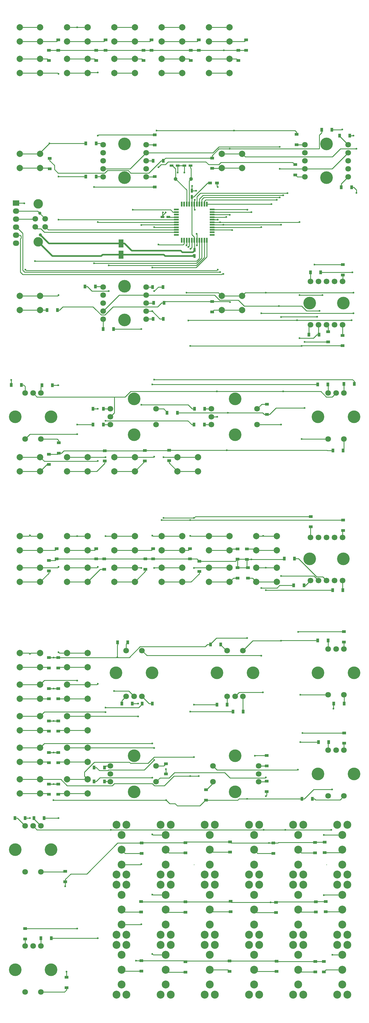
<source format=gtl>
G04 #@! TF.FileFunction,Copper,L1,Top,Signal*
%FSLAX46Y46*%
G04 Gerber Fmt 4.6, Leading zero omitted, Abs format (unit mm)*
G04 Created by KiCad (PCBNEW 4.0.2-stable) date 20/06/2016 17:59:36*
%MOMM*%
G01*
G04 APERTURE LIST*
%ADD10C,0.100000*%
%ADD11R,1.220000X0.910000*%
%ADD12R,0.550000X1.500000*%
%ADD13R,1.500000X0.550000*%
%ADD14R,1.200000X0.750000*%
%ADD15R,0.750000X1.200000*%
%ADD16R,1.600200X2.600960*%
%ADD17R,1.200000X0.900000*%
%ADD18C,4.000000*%
%ADD19C,1.800000*%
%ADD20C,2.000000*%
%ADD21R,0.910000X1.220000*%
%ADD22R,2.032000X1.727200*%
%ADD23O,2.032000X1.727200*%
%ADD24C,3.000000*%
%ADD25C,1.200000*%
%ADD26C,2.500000*%
%ADD27C,0.600000*%
%ADD28C,1.000000*%
%ADD29C,0.250000*%
%ADD30C,0.500000*%
G04 APERTURE END LIST*
D10*
D11*
X120000000Y-55000000D03*
X120000000Y-51730000D03*
D12*
X159075000Y-115125000D03*
X159875000Y-115125000D03*
X160675000Y-115125000D03*
X161475000Y-115125000D03*
X162275000Y-115125000D03*
X163075000Y-115125000D03*
X163875000Y-115125000D03*
X164675000Y-115125000D03*
X165475000Y-115125000D03*
X166275000Y-115125000D03*
X167075000Y-115125000D03*
D13*
X168775000Y-113425000D03*
X168775000Y-112625000D03*
X168775000Y-111825000D03*
X168775000Y-111025000D03*
X168775000Y-110225000D03*
X168775000Y-109425000D03*
X168775000Y-108625000D03*
X168775000Y-107825000D03*
X168775000Y-107025000D03*
X168775000Y-106225000D03*
X168775000Y-105425000D03*
D12*
X167075000Y-103725000D03*
X166275000Y-103725000D03*
X165475000Y-103725000D03*
X164675000Y-103725000D03*
X163875000Y-103725000D03*
X163075000Y-103725000D03*
X162275000Y-103725000D03*
X161475000Y-103725000D03*
X160675000Y-103725000D03*
X159875000Y-103725000D03*
X159075000Y-103725000D03*
D13*
X157375000Y-105425000D03*
X157375000Y-106225000D03*
X157375000Y-107025000D03*
X157375000Y-107825000D03*
X157375000Y-108625000D03*
X157375000Y-109425000D03*
X157375000Y-110225000D03*
X157375000Y-111025000D03*
X157375000Y-111825000D03*
X157375000Y-112625000D03*
X157375000Y-113425000D03*
D14*
X154850000Y-107750000D03*
X152950000Y-107750000D03*
X155900000Y-91500000D03*
X157800000Y-91500000D03*
X159950000Y-91500000D03*
X161850000Y-91500000D03*
D15*
X163125000Y-118200000D03*
X163125000Y-120100000D03*
X162300000Y-101400000D03*
X162300000Y-99500000D03*
D16*
X139900000Y-116100000D03*
X139900000Y-119701720D03*
D17*
X168100000Y-97000000D03*
X170300000Y-97000000D03*
D18*
X199650000Y-216000000D03*
D19*
X205000000Y-222840000D03*
X207540000Y-222840000D03*
X210080000Y-222840000D03*
X202460000Y-222840000D03*
X199920000Y-222840000D03*
X199920000Y-209160000D03*
X202460000Y-209160000D03*
X210080000Y-209160000D03*
X207540000Y-209160000D03*
X205000000Y-209160000D03*
D18*
X210350000Y-216000000D03*
X199650000Y-135000000D03*
D19*
X205000000Y-141840000D03*
X207540000Y-141840000D03*
X210080000Y-141840000D03*
X202460000Y-141840000D03*
X199920000Y-141840000D03*
X199920000Y-128160000D03*
X202460000Y-128160000D03*
X210080000Y-128160000D03*
X207540000Y-128160000D03*
X205000000Y-128160000D03*
D18*
X210350000Y-135000000D03*
X205000000Y-95350000D03*
D19*
X211840000Y-90000000D03*
X211840000Y-87460000D03*
X211840000Y-84920000D03*
X211840000Y-92540000D03*
X211840000Y-95080000D03*
X198160000Y-95080000D03*
X198160000Y-92540000D03*
X198160000Y-84920000D03*
X198160000Y-87460000D03*
X198160000Y-90000000D03*
D18*
X205000000Y-84650000D03*
X141000000Y-140350000D03*
D19*
X147840000Y-135000000D03*
X147840000Y-132460000D03*
X147840000Y-129920000D03*
X147840000Y-137540000D03*
X147840000Y-140080000D03*
X134160000Y-140080000D03*
X134160000Y-137540000D03*
X134160000Y-129920000D03*
X134160000Y-132460000D03*
X134160000Y-135000000D03*
D18*
X141000000Y-129650000D03*
X141000000Y-95350000D03*
D19*
X147840000Y-90000000D03*
X147840000Y-87460000D03*
X147840000Y-84920000D03*
X147840000Y-92540000D03*
X147840000Y-95080000D03*
X134160000Y-95080000D03*
X134160000Y-92540000D03*
X134160000Y-84920000D03*
X134160000Y-87460000D03*
X134160000Y-90000000D03*
D18*
X141000000Y-84650000D03*
D20*
X164250000Y-183750000D03*
X164250000Y-188250000D03*
X157750000Y-183750000D03*
X157750000Y-188250000D03*
X189250000Y-218750000D03*
X189250000Y-223250000D03*
X182750000Y-218750000D03*
X182750000Y-223250000D03*
X189250000Y-208750000D03*
X189250000Y-213250000D03*
X182750000Y-208750000D03*
X182750000Y-213250000D03*
X178250000Y-132750000D03*
X178250000Y-137250000D03*
X171750000Y-132750000D03*
X171750000Y-137250000D03*
X178250000Y-87750000D03*
X178250000Y-92250000D03*
X171750000Y-87750000D03*
X171750000Y-92250000D03*
X129250000Y-285750000D03*
X129250000Y-290250000D03*
X122750000Y-285750000D03*
X122750000Y-290250000D03*
X114250000Y-285750000D03*
X114250000Y-290250000D03*
X107750000Y-285750000D03*
X107750000Y-290250000D03*
X129250000Y-275750000D03*
X129250000Y-280250000D03*
X122750000Y-275750000D03*
X122750000Y-280250000D03*
X114250000Y-275750000D03*
X114250000Y-280250000D03*
X107750000Y-275750000D03*
X107750000Y-280250000D03*
X129250000Y-265750000D03*
X129250000Y-270250000D03*
X122750000Y-265750000D03*
X122750000Y-270250000D03*
X114250000Y-265750000D03*
X114250000Y-270250000D03*
X107750000Y-265750000D03*
X107750000Y-270250000D03*
X129250000Y-255750000D03*
X129250000Y-260250000D03*
X122750000Y-255750000D03*
X122750000Y-260250000D03*
X114250000Y-255750000D03*
X114250000Y-260250000D03*
X107750000Y-255750000D03*
X107750000Y-260250000D03*
X129250000Y-245750000D03*
X129250000Y-250250000D03*
X122750000Y-245750000D03*
X122750000Y-250250000D03*
X114250000Y-245750000D03*
X114250000Y-250250000D03*
X107750000Y-245750000D03*
X107750000Y-250250000D03*
X174250000Y-218750000D03*
X174250000Y-223250000D03*
X167750000Y-218750000D03*
X167750000Y-223250000D03*
X174250000Y-208750000D03*
X174250000Y-213250000D03*
X167750000Y-208750000D03*
X167750000Y-213250000D03*
X159250000Y-218750000D03*
X159250000Y-223250000D03*
X152750000Y-218750000D03*
X152750000Y-223250000D03*
X159250000Y-208750000D03*
X159250000Y-213250000D03*
X152750000Y-208750000D03*
X152750000Y-213250000D03*
X144250000Y-218750000D03*
X144250000Y-223250000D03*
X137750000Y-218750000D03*
X137750000Y-223250000D03*
X144250000Y-208750000D03*
X144250000Y-213250000D03*
X137750000Y-208750000D03*
X137750000Y-213250000D03*
X129250000Y-218750000D03*
X129250000Y-223250000D03*
X122750000Y-218750000D03*
X122750000Y-223250000D03*
X129250000Y-208750000D03*
X129250000Y-213250000D03*
X122750000Y-208750000D03*
X122750000Y-213250000D03*
X114250000Y-218750000D03*
X114250000Y-223250000D03*
X107750000Y-218750000D03*
X107750000Y-223250000D03*
X114250000Y-208750000D03*
X114250000Y-213250000D03*
X107750000Y-208750000D03*
X107750000Y-213250000D03*
X144250000Y-183750000D03*
X144250000Y-188250000D03*
X137750000Y-183750000D03*
X137750000Y-188250000D03*
X129250000Y-183750000D03*
X129250000Y-188250000D03*
X122750000Y-183750000D03*
X122750000Y-188250000D03*
X114250000Y-183750000D03*
X114250000Y-188250000D03*
X107750000Y-183750000D03*
X107750000Y-188250000D03*
X114250000Y-132750000D03*
X114250000Y-137250000D03*
X107750000Y-132750000D03*
X107750000Y-137250000D03*
X114250000Y-87750000D03*
X114250000Y-92250000D03*
X107750000Y-87750000D03*
X107750000Y-92250000D03*
X167750000Y-62250000D03*
X167750000Y-57750000D03*
X174250000Y-62250000D03*
X174250000Y-57750000D03*
X174250000Y-47750000D03*
X174250000Y-52250000D03*
X167750000Y-47750000D03*
X167750000Y-52250000D03*
X152750000Y-62250000D03*
X152750000Y-57750000D03*
X159250000Y-62250000D03*
X159250000Y-57750000D03*
X159250000Y-47750000D03*
X159250000Y-52250000D03*
X152750000Y-47750000D03*
X152750000Y-52250000D03*
X137750000Y-62250000D03*
X137750000Y-57750000D03*
X144250000Y-62250000D03*
X144250000Y-57750000D03*
X144250000Y-47750000D03*
X144250000Y-52250000D03*
X137750000Y-47750000D03*
X137750000Y-52250000D03*
X122750000Y-62250000D03*
X122750000Y-57750000D03*
X129250000Y-62250000D03*
X129250000Y-57750000D03*
X129250000Y-47750000D03*
X129250000Y-52250000D03*
X122750000Y-47750000D03*
X122750000Y-52250000D03*
X107750000Y-62250000D03*
X107750000Y-57750000D03*
X114250000Y-62250000D03*
X114250000Y-57750000D03*
X114250000Y-47750000D03*
X114250000Y-52250000D03*
X107750000Y-47750000D03*
X107750000Y-52250000D03*
D11*
X117000000Y-55000000D03*
X117000000Y-58270000D03*
X135000000Y-55000000D03*
X135000000Y-51730000D03*
X132000000Y-55000000D03*
X132000000Y-58270000D03*
X149500000Y-55000000D03*
X149500000Y-51730000D03*
X147000000Y-55000000D03*
X147000000Y-58270000D03*
X164500000Y-55000000D03*
X164500000Y-51730000D03*
X162000000Y-55000000D03*
X162000000Y-58270000D03*
X179500000Y-55000000D03*
X179500000Y-51730000D03*
X177000000Y-55000000D03*
X177000000Y-58270000D03*
X117250000Y-89250000D03*
X117250000Y-92520000D03*
D21*
X119720000Y-137250000D03*
X116450000Y-137250000D03*
D11*
X120150000Y-182500000D03*
X120150000Y-179230000D03*
X117050000Y-182830000D03*
X117050000Y-186100000D03*
X134700000Y-181730000D03*
X134700000Y-185000000D03*
D21*
X153270000Y-90000000D03*
X150000000Y-90000000D03*
X153470000Y-134950000D03*
X150200000Y-134950000D03*
D11*
X147400000Y-181680000D03*
X147400000Y-184950000D03*
D21*
X157700000Y-169700000D03*
X154430000Y-169700000D03*
D11*
X155100000Y-181630000D03*
X155100000Y-184900000D03*
X119500000Y-216000000D03*
X119500000Y-212730000D03*
X117000000Y-216480000D03*
X117000000Y-219750000D03*
X132000000Y-216000000D03*
X132000000Y-212730000D03*
X134500000Y-216000000D03*
X134500000Y-219270000D03*
X150000000Y-216000000D03*
X150000000Y-212730000D03*
X147600000Y-216000000D03*
X147600000Y-219270000D03*
X161700000Y-216000000D03*
X161700000Y-212730000D03*
X164650000Y-216700000D03*
X164650000Y-219970000D03*
X176800000Y-216085000D03*
X176800000Y-212815000D03*
X176800000Y-218750000D03*
X176800000Y-222020000D03*
X117000000Y-247230000D03*
X117000000Y-250500000D03*
X120000000Y-247230000D03*
X120000000Y-250500000D03*
X117000000Y-257000000D03*
X117000000Y-260270000D03*
X120000000Y-257000000D03*
X120000000Y-260270000D03*
X117000000Y-267230000D03*
X117000000Y-270500000D03*
X120000000Y-267230000D03*
X120000000Y-270500000D03*
X117000000Y-277230000D03*
X117000000Y-280500000D03*
X120000000Y-277230000D03*
X120000000Y-280500000D03*
X117000000Y-287230000D03*
X117000000Y-290500000D03*
X120000000Y-287230000D03*
X120000000Y-290500000D03*
X122200000Y-318120000D03*
X122200000Y-314850000D03*
X122625000Y-348415000D03*
X122625000Y-351685000D03*
X146350000Y-305880000D03*
X146350000Y-309150000D03*
X160250000Y-305780000D03*
X160250000Y-309050000D03*
X174400000Y-305530000D03*
X174400000Y-308800000D03*
X146225000Y-324455000D03*
X146225000Y-327725000D03*
X160300000Y-324530000D03*
X160300000Y-327800000D03*
X174550000Y-324375000D03*
X174550000Y-327645000D03*
X146275000Y-343165000D03*
X146275000Y-346435000D03*
X160275000Y-343475000D03*
X160275000Y-346745000D03*
X174275000Y-343240000D03*
X174275000Y-346510000D03*
X168700000Y-89100000D03*
X168700000Y-92370000D03*
X168700000Y-134550000D03*
X168700000Y-137820000D03*
X186100000Y-170270000D03*
X186100000Y-167000000D03*
D21*
X203430000Y-80200000D03*
X206700000Y-80200000D03*
D11*
X205500000Y-147320000D03*
X205500000Y-144050000D03*
D21*
X206980000Y-181700000D03*
X210250000Y-181700000D03*
D11*
X179750000Y-216120000D03*
X179750000Y-212850000D03*
X180050000Y-218750000D03*
X180050000Y-222020000D03*
D21*
X191565000Y-215850000D03*
X194835000Y-215850000D03*
X138750000Y-242400000D03*
X142020000Y-242400000D03*
D11*
X154100000Y-284070000D03*
X154100000Y-280800000D03*
D21*
X168215000Y-243050000D03*
X171485000Y-243050000D03*
D11*
X166800000Y-292300000D03*
X166800000Y-289030000D03*
D21*
X207280000Y-261800000D03*
X210550000Y-261800000D03*
X197230000Y-291900000D03*
X200500000Y-291900000D03*
D11*
X188150000Y-305880000D03*
X188150000Y-309150000D03*
X201350000Y-305730000D03*
X201350000Y-309000000D03*
X204400000Y-305630000D03*
X204400000Y-308900000D03*
X188950000Y-324640000D03*
X188950000Y-327910000D03*
X201550000Y-324475000D03*
X201550000Y-327745000D03*
X204700000Y-324405000D03*
X204700000Y-327675000D03*
X189175000Y-343275000D03*
X189175000Y-346545000D03*
X201450000Y-343400000D03*
X201450000Y-346670000D03*
X204100000Y-343400000D03*
X204100000Y-346670000D03*
D21*
X132000000Y-84500000D03*
X128730000Y-84500000D03*
X132000000Y-95000000D03*
X128730000Y-95000000D03*
D11*
X150500000Y-95000000D03*
X150500000Y-98270000D03*
X150500000Y-85000000D03*
X150500000Y-81730000D03*
D21*
X131750000Y-129750000D03*
X128480000Y-129750000D03*
X134200000Y-143200000D03*
X137470000Y-143200000D03*
X150000000Y-140000000D03*
X153270000Y-140000000D03*
X149900000Y-129900000D03*
X153170000Y-129900000D03*
D11*
X195500000Y-84900000D03*
X195500000Y-81630000D03*
X195100000Y-94470000D03*
X195100000Y-91200000D03*
D21*
X209655000Y-98325000D03*
X212925000Y-98325000D03*
X108300000Y-160900000D03*
X105030000Y-160900000D03*
X209115000Y-82050000D03*
X212385000Y-82050000D03*
X114800000Y-161000000D03*
X118070000Y-161000000D03*
X134270000Y-173500000D03*
X131000000Y-173500000D03*
D11*
X210150000Y-126120000D03*
X210150000Y-122850000D03*
D21*
X199880000Y-125250000D03*
X203150000Y-125250000D03*
X134270000Y-168500000D03*
X131000000Y-168500000D03*
X199350000Y-145050000D03*
X202620000Y-145050000D03*
X166270000Y-173500000D03*
X163000000Y-173500000D03*
X166400000Y-168500000D03*
X163130000Y-168500000D03*
D11*
X210050000Y-145250000D03*
X210050000Y-148520000D03*
D21*
X205435000Y-160800000D03*
X202165000Y-160800000D03*
X210500000Y-160600000D03*
X213770000Y-160600000D03*
D11*
X210200000Y-206970000D03*
X210200000Y-203700000D03*
X200000000Y-205820000D03*
X200000000Y-202550000D03*
D21*
X106230000Y-298000000D03*
X109500000Y-298000000D03*
X112230000Y-298000000D03*
X115500000Y-298000000D03*
D11*
X109500000Y-336270000D03*
X109500000Y-333000000D03*
D21*
X114500000Y-336000000D03*
X117770000Y-336000000D03*
X149800000Y-261800000D03*
X146530000Y-261800000D03*
X140130000Y-261800000D03*
X143400000Y-261800000D03*
X134600000Y-286400000D03*
X131330000Y-286400000D03*
X134600000Y-282000000D03*
X131330000Y-282000000D03*
X178600000Y-264300000D03*
X175330000Y-264300000D03*
X173500000Y-262100000D03*
X170230000Y-262100000D03*
X197870000Y-224350000D03*
X194600000Y-224350000D03*
X210170000Y-225900000D03*
X206900000Y-225900000D03*
D11*
X186050000Y-281485000D03*
X186050000Y-278215000D03*
X186000000Y-286350000D03*
X186000000Y-289620000D03*
D21*
X205470000Y-241800000D03*
X202200000Y-241800000D03*
D11*
X210500000Y-242300000D03*
X210500000Y-239030000D03*
D21*
X205670000Y-273950000D03*
X202400000Y-273950000D03*
D11*
X210550000Y-274320000D03*
X210550000Y-271050000D03*
D22*
X106600000Y-103380000D03*
D23*
X106600000Y-105920000D03*
X106600000Y-108460000D03*
X106600000Y-111000000D03*
X106600000Y-113540000D03*
X106600000Y-116080000D03*
D19*
X112650000Y-110850000D03*
X112650000Y-108350000D03*
X115850000Y-108350000D03*
D24*
X113600000Y-103580000D03*
X113600000Y-115620000D03*
D19*
X115850000Y-110850000D03*
D25*
X157160000Y-95700000D03*
X162040000Y-95700000D03*
D26*
X138399800Y-300100600D03*
X141600200Y-300100600D03*
X138399800Y-315899400D03*
X141600200Y-315899400D03*
X140000000Y-312699000D03*
X140000000Y-303301000D03*
X140000000Y-308000000D03*
X152399800Y-300100600D03*
X155600200Y-300100600D03*
X152399800Y-315899400D03*
X155600200Y-315899400D03*
X154000000Y-312699000D03*
X154000000Y-303301000D03*
X154000000Y-308000000D03*
X166399800Y-300100600D03*
X169600200Y-300100600D03*
X166399800Y-315899400D03*
X169600200Y-315899400D03*
X168000000Y-312699000D03*
X168000000Y-303301000D03*
X168000000Y-308000000D03*
X138399800Y-319100600D03*
X141600200Y-319100600D03*
X138399800Y-334899400D03*
X141600200Y-334899400D03*
X140000000Y-331699000D03*
X140000000Y-322301000D03*
X140000000Y-327000000D03*
X152399800Y-319100600D03*
X155600200Y-319100600D03*
X152399800Y-334899400D03*
X155600200Y-334899400D03*
X154000000Y-331699000D03*
X154000000Y-322301000D03*
X154000000Y-327000000D03*
X166399800Y-319100600D03*
X169600200Y-319100600D03*
X166399800Y-334899400D03*
X169600200Y-334899400D03*
X168000000Y-331699000D03*
X168000000Y-322301000D03*
X168000000Y-327000000D03*
X138399800Y-338100600D03*
X141600200Y-338100600D03*
X138399800Y-353899400D03*
X141600200Y-353899400D03*
X140000000Y-350699000D03*
X140000000Y-341301000D03*
X140000000Y-346000000D03*
X152399800Y-338100600D03*
X155600200Y-338100600D03*
X152399800Y-353899400D03*
X155600200Y-353899400D03*
X154000000Y-350699000D03*
X154000000Y-341301000D03*
X154000000Y-346000000D03*
X166399800Y-338100600D03*
X169600200Y-338100600D03*
X166399800Y-353899400D03*
X169600200Y-353899400D03*
X168000000Y-350699000D03*
X168000000Y-341301000D03*
X168000000Y-346000000D03*
X180399800Y-300100600D03*
X183600200Y-300100600D03*
X180399800Y-315899400D03*
X183600200Y-315899400D03*
X182000000Y-312699000D03*
X182000000Y-303301000D03*
X182000000Y-308000000D03*
X194399800Y-300100600D03*
X197600200Y-300100600D03*
X194399800Y-315899400D03*
X197600200Y-315899400D03*
X196000000Y-312699000D03*
X196000000Y-303301000D03*
X196000000Y-308000000D03*
X208399800Y-300100600D03*
X211600200Y-300100600D03*
X208399800Y-315899400D03*
X211600200Y-315899400D03*
X210000000Y-312699000D03*
X210000000Y-303301000D03*
X210000000Y-308000000D03*
X180399800Y-319100600D03*
X183600200Y-319100600D03*
X180399800Y-334899400D03*
X183600200Y-334899400D03*
X182000000Y-331699000D03*
X182000000Y-322301000D03*
X182000000Y-327000000D03*
X194399800Y-319100600D03*
X197600200Y-319100600D03*
X194399800Y-334899400D03*
X197600200Y-334899400D03*
X196000000Y-331699000D03*
X196000000Y-322301000D03*
X196000000Y-327000000D03*
X208399800Y-319100600D03*
X211600200Y-319100600D03*
X208399800Y-334899400D03*
X211600200Y-334899400D03*
X210000000Y-331699000D03*
X210000000Y-322301000D03*
X210000000Y-327000000D03*
X180399800Y-338100600D03*
X183600200Y-338100600D03*
X180399800Y-353899400D03*
X183600200Y-353899400D03*
X182000000Y-350699000D03*
X182000000Y-341301000D03*
X182000000Y-346000000D03*
X194399800Y-338100600D03*
X197600200Y-338100600D03*
X194399800Y-353899400D03*
X197600200Y-353899400D03*
X196000000Y-350699000D03*
X196000000Y-341301000D03*
X196000000Y-346000000D03*
X208399800Y-338100600D03*
X211600200Y-338100600D03*
X208399800Y-353899400D03*
X211600200Y-353899400D03*
X210000000Y-350699000D03*
X210000000Y-341301000D03*
X210000000Y-346000000D03*
D18*
X117700000Y-171000000D03*
D19*
X112000000Y-163500000D03*
X109500000Y-163500000D03*
X114500000Y-163500000D03*
X114500000Y-178000000D03*
X109500000Y-178000000D03*
D18*
X106300000Y-171000000D03*
X117700000Y-308000000D03*
D19*
X112000000Y-300500000D03*
X109500000Y-300500000D03*
X114500000Y-300500000D03*
X114500000Y-315000000D03*
X109500000Y-315000000D03*
D18*
X106300000Y-308000000D03*
X117700000Y-346000000D03*
D19*
X112000000Y-338500000D03*
X109500000Y-338500000D03*
X114500000Y-338500000D03*
X114500000Y-353000000D03*
X109500000Y-353000000D03*
D18*
X106300000Y-346000000D03*
X138300000Y-252000000D03*
D19*
X144000000Y-259500000D03*
X146500000Y-259500000D03*
X141500000Y-259500000D03*
X141500000Y-245000000D03*
X146500000Y-245000000D03*
D18*
X149700000Y-252000000D03*
X144000000Y-278300000D03*
D19*
X136500000Y-284000000D03*
X136500000Y-286500000D03*
X136500000Y-281500000D03*
X151000000Y-281500000D03*
X151000000Y-286500000D03*
D18*
X144000000Y-289700000D03*
X170300000Y-252000000D03*
D19*
X176000000Y-259500000D03*
X178500000Y-259500000D03*
X173500000Y-259500000D03*
X173500000Y-245000000D03*
X178500000Y-245000000D03*
D18*
X181700000Y-252000000D03*
X176000000Y-289700000D03*
D19*
X183500000Y-284000000D03*
X183500000Y-281500000D03*
X183500000Y-286500000D03*
X169000000Y-286500000D03*
X169000000Y-281500000D03*
D18*
X176000000Y-278300000D03*
X213700000Y-252000000D03*
D19*
X208000000Y-244500000D03*
X205500000Y-244500000D03*
X210500000Y-244500000D03*
X210500000Y-259000000D03*
X205500000Y-259000000D03*
D18*
X202300000Y-252000000D03*
X213700000Y-284000000D03*
D19*
X208000000Y-276500000D03*
X205500000Y-276500000D03*
X210500000Y-276500000D03*
X210500000Y-291000000D03*
X205500000Y-291000000D03*
D18*
X202300000Y-284000000D03*
X144000000Y-165300000D03*
D19*
X136500000Y-171000000D03*
X136500000Y-173500000D03*
X136500000Y-168500000D03*
X151000000Y-168500000D03*
X151000000Y-173500000D03*
D18*
X144000000Y-176700000D03*
X176000000Y-165300000D03*
D19*
X168500000Y-171000000D03*
X168500000Y-173500000D03*
X168500000Y-168500000D03*
X183000000Y-168500000D03*
X183000000Y-173500000D03*
D18*
X176000000Y-176700000D03*
X213700000Y-171000000D03*
D19*
X208000000Y-163500000D03*
X205500000Y-163500000D03*
X210500000Y-163500000D03*
X210500000Y-178000000D03*
X205500000Y-178000000D03*
D18*
X202300000Y-171000000D03*
D27*
X163700000Y-99500000D03*
X153200000Y-106300000D03*
X163249990Y-102300000D03*
X163900000Y-116700000D03*
X159900000Y-93700000D03*
X157800000Y-93700000D03*
X163200000Y-105500000D03*
X162400000Y-97900000D03*
X154000000Y-106300000D03*
X163800000Y-113100000D03*
X158400000Y-120100000D03*
X157400000Y-120100000D03*
X156400000Y-120100000D03*
X155300000Y-120100000D03*
D28*
X114100000Y-106600000D03*
X114300000Y-113400000D03*
D27*
X173200000Y-107800000D03*
X172500000Y-55000000D03*
X198000000Y-168250000D03*
X198000000Y-147300000D03*
X173400000Y-181630000D03*
X173700000Y-169774999D03*
X174400000Y-134700011D03*
X174300000Y-86200000D03*
X174300000Y-107100000D03*
X181200000Y-106200000D03*
X181200000Y-216120000D03*
X118450000Y-292300000D03*
X118500000Y-257000000D03*
X179800000Y-291900000D03*
X179800000Y-241000000D03*
X179900000Y-105500000D03*
X206750000Y-288950000D03*
X207200000Y-263400000D03*
X154200000Y-292300000D03*
X154100000Y-282500000D03*
X118500000Y-287230000D03*
X118500000Y-277230000D03*
X118500000Y-267230000D03*
X118500000Y-247230000D03*
X187500000Y-103700000D03*
X186800000Y-305880000D03*
X122175000Y-319575000D03*
X122600000Y-346600000D03*
X189200000Y-102300000D03*
X187300000Y-324640000D03*
X143600000Y-105500000D03*
X144600000Y-343100000D03*
X117200000Y-84500000D03*
X117200000Y-84500000D03*
X105100000Y-159300000D03*
X112600000Y-121700000D03*
X111000000Y-298000000D03*
X111000000Y-246000000D03*
X111000000Y-208500000D03*
X120000000Y-161000000D03*
X120025001Y-108600000D03*
X120025001Y-62500000D03*
X120025001Y-95000000D03*
X120025001Y-132500000D03*
X120025001Y-298000000D03*
X120025001Y-245500000D03*
X120025001Y-218500000D03*
X131300000Y-122400000D03*
X131300000Y-98270000D03*
X126000000Y-333000000D03*
X126000000Y-254500000D03*
X126000000Y-208750000D03*
X126000000Y-176500000D03*
X126000000Y-173500000D03*
X126000000Y-47750000D03*
X132500000Y-109400000D03*
X132500000Y-82000000D03*
X132500000Y-168500000D03*
X132500000Y-185000000D03*
X132500000Y-218500000D03*
X132500000Y-255500000D03*
X132500000Y-336000000D03*
X132500000Y-62000000D03*
X136000000Y-123100000D03*
X135000000Y-263000000D03*
X136000000Y-131250000D03*
X135000000Y-172250000D03*
X135000000Y-183750000D03*
X135000000Y-208750000D03*
X135000000Y-264500000D03*
X146325001Y-110300000D03*
X146325001Y-331600000D03*
X146325001Y-312600000D03*
X145274999Y-265800000D03*
X145274999Y-261800000D03*
X146325001Y-218800000D03*
X146325001Y-167200000D03*
X146325001Y-143200000D03*
X149774999Y-123800000D03*
X149774999Y-160800000D03*
X149774999Y-137600000D03*
X149774999Y-208600000D03*
X149774999Y-274400000D03*
X149774999Y-285200000D03*
X149774999Y-303200000D03*
X149774999Y-322200000D03*
X149774999Y-340974999D03*
X150400000Y-159200000D03*
X150400000Y-111000000D03*
X150400000Y-131200000D03*
X150400000Y-183600000D03*
X150400000Y-218800000D03*
X150400000Y-275800000D03*
X150400000Y-279600000D03*
X164500000Y-284700004D03*
X161800000Y-284700000D03*
X175700000Y-80400000D03*
X175100000Y-111900000D03*
X151100000Y-80400000D03*
X161800000Y-208700000D03*
X161800000Y-203700000D03*
X152700000Y-203700000D03*
X161800000Y-264300000D03*
X151750000Y-116500000D03*
X151750000Y-92000000D03*
X153350000Y-183800000D03*
X163000000Y-218800000D03*
X163000000Y-262100000D03*
X163000000Y-278700000D03*
X163000000Y-203000000D03*
X153325010Y-203000000D03*
X184300000Y-111000000D03*
X214425002Y-86200000D03*
X214500000Y-100100000D03*
X213525010Y-138200000D03*
X213525010Y-138200000D03*
X184300000Y-138200000D03*
X182274999Y-278250000D03*
X184300000Y-246600000D03*
X184300000Y-225150000D03*
X184900000Y-208700000D03*
X160600000Y-131700000D03*
X160600000Y-116700000D03*
X213550000Y-82050000D03*
X213550000Y-131750000D03*
X185750000Y-131750000D03*
X185750000Y-225850000D03*
X185750000Y-218750000D03*
X185750000Y-285150000D03*
X185750000Y-291050000D03*
X172300000Y-125800000D03*
X172300000Y-110225000D03*
X190600000Y-110200000D03*
X201145001Y-122850000D03*
X190600000Y-139400000D03*
X202000000Y-139350000D03*
X190575001Y-241850000D03*
X190575001Y-221400000D03*
X190575001Y-173500000D03*
X161225010Y-140500000D03*
X161225010Y-117265687D03*
X213199999Y-125300000D03*
X212900000Y-140450000D03*
X195700000Y-140450000D03*
X196000000Y-239050000D03*
X195900000Y-282700000D03*
X206800000Y-341301000D03*
X171299982Y-125200000D03*
X171300000Y-109425000D03*
X196400000Y-109400000D03*
X196400000Y-132500001D03*
X203700000Y-132450000D03*
X196400000Y-146150000D03*
X196650000Y-259000000D03*
X196650000Y-273950000D03*
X204150000Y-303300000D03*
X204150000Y-322350000D03*
X161800000Y-148550000D03*
X161850020Y-117810265D03*
X197100000Y-148550000D03*
X197100000Y-178050000D03*
X197350000Y-271100000D03*
X170500000Y-98300000D03*
X109600030Y-124400000D03*
X109200000Y-103400000D03*
X170500000Y-124400000D03*
X170500000Y-108600000D03*
X191300000Y-100900000D03*
X191300000Y-162974999D03*
X170300000Y-162974999D03*
X170350000Y-171000000D03*
X190200000Y-92500000D03*
X189900000Y-135924999D03*
X190200000Y-85574990D03*
X190200000Y-101600000D03*
X202750000Y-137450000D03*
X192600000Y-100200000D03*
X191900000Y-301725001D03*
X137700000Y-257800000D03*
X136650000Y-301725001D03*
X184800000Y-258200000D03*
X185100000Y-301725001D03*
X206500000Y-301700000D03*
X210000000Y-80100000D03*
D29*
X163001000Y-312699000D02*
X163000000Y-312700000D01*
X205002000Y-312699000D02*
X205001000Y-312700000D01*
X157375000Y-107825000D02*
X154925000Y-107825000D01*
X154925000Y-107825000D02*
X154850000Y-107750000D01*
X162300000Y-99500000D02*
X163700000Y-99500000D01*
X152950000Y-107750000D02*
X152950000Y-106550000D01*
X152950000Y-106550000D02*
X153200000Y-106300000D01*
X163075000Y-103725000D02*
X163075000Y-102474990D01*
X163075000Y-102474990D02*
X163249990Y-102300000D01*
X163875000Y-115125000D02*
X163875000Y-116675000D01*
X163875000Y-116675000D02*
X163900000Y-116700000D01*
X159950000Y-91500000D02*
X159950000Y-93650000D01*
X159950000Y-93650000D02*
X159900000Y-93700000D01*
X159950000Y-91500000D02*
X157800000Y-91500000D01*
X157800000Y-93700000D02*
X157800000Y-91500000D01*
X163075000Y-103725000D02*
X163075000Y-105375000D01*
X163075000Y-105375000D02*
X163200000Y-105500000D01*
X162300000Y-99500000D02*
X162300000Y-98000000D01*
X162300000Y-98000000D02*
X162400000Y-97900000D01*
X152950000Y-107750000D02*
X152950000Y-107350000D01*
X152950000Y-107350000D02*
X154000000Y-106300000D01*
X163875000Y-115125000D02*
X163875000Y-113175000D01*
X163875000Y-113175000D02*
X163800000Y-113100000D01*
D30*
X158400000Y-120100000D02*
X157400000Y-120100000D01*
X163125000Y-120100000D02*
X158400000Y-120100000D01*
X157400000Y-120100000D02*
X156800000Y-120100000D01*
X156800000Y-120100000D02*
X155300000Y-120100000D01*
D29*
X156800000Y-120100000D02*
X156400000Y-120100000D01*
D30*
X155300000Y-120100000D02*
X153798280Y-120100000D01*
X139900000Y-119701720D02*
X153400000Y-119701720D01*
X153798280Y-120100000D02*
X153400000Y-119701720D01*
X133600000Y-120100000D02*
X133998280Y-119701720D01*
X133998280Y-119701720D02*
X139900000Y-119701720D01*
X163125000Y-120100000D02*
X162825000Y-119800000D01*
X133600000Y-120100000D02*
X118100000Y-120100000D01*
X118100000Y-120100000D02*
X113600000Y-115600000D01*
D29*
X106600000Y-108460000D02*
X112540000Y-108460000D01*
X112540000Y-108460000D02*
X112650000Y-108350000D01*
X157160000Y-95700000D02*
X157160000Y-92535000D01*
X157160000Y-92535000D02*
X156125000Y-91500000D01*
X156125000Y-91500000D02*
X155900000Y-91500000D01*
X160675000Y-103725000D02*
X160675000Y-99215000D01*
X160675000Y-99215000D02*
X157160000Y-95700000D01*
X162040000Y-95700000D02*
X162040000Y-92465000D01*
X162040000Y-92465000D02*
X161850000Y-92275000D01*
X161475000Y-98525000D02*
X161440001Y-98490001D01*
X161440001Y-98490001D02*
X161440001Y-96299999D01*
X161440001Y-96299999D02*
X162040000Y-95700000D01*
X161475000Y-103725000D02*
X161475000Y-98525000D01*
X161850000Y-92275000D02*
X161850000Y-91500000D01*
D30*
X117000000Y-116100000D02*
X114300000Y-113400000D01*
X121670532Y-116100000D02*
X117000000Y-116100000D01*
X139900000Y-116100000D02*
X140950100Y-116100000D01*
X140950100Y-116100000D02*
X143285366Y-118435266D01*
X143285366Y-118435266D02*
X158800000Y-118435266D01*
X121670532Y-116100000D02*
X139900000Y-116100000D01*
D29*
X113420000Y-105920000D02*
X114100000Y-106600000D01*
X114100000Y-106600000D02*
X115850000Y-108350000D01*
D30*
X163125000Y-118425000D02*
X162650000Y-118900000D01*
X162650000Y-118900000D02*
X159264734Y-118900000D01*
X159264734Y-118900000D02*
X158800000Y-118435266D01*
D29*
X163125000Y-118200000D02*
X163125000Y-118425000D01*
X163125000Y-117475000D02*
X163125000Y-118200000D01*
X163125000Y-117475000D02*
X163110287Y-117475000D01*
X162300000Y-101400000D02*
X162925000Y-101400000D01*
X162925000Y-101400000D02*
X167325000Y-97000000D01*
X167325000Y-97000000D02*
X168100000Y-97000000D01*
X163075000Y-115125000D02*
X163075000Y-114125000D01*
X163075000Y-114125000D02*
X162275000Y-113325000D01*
X162275000Y-113325000D02*
X162275000Y-104725000D01*
X162275000Y-104725000D02*
X162275000Y-103725000D01*
X163125000Y-117475000D02*
X163125000Y-115175000D01*
X163125000Y-115175000D02*
X163075000Y-115125000D01*
X106600000Y-105920000D02*
X113420000Y-105920000D01*
X162300000Y-101400000D02*
X162300000Y-103700000D01*
X162300000Y-103700000D02*
X162275000Y-103725000D01*
X173175000Y-107825000D02*
X173200000Y-107800000D01*
X168775000Y-107825000D02*
X173175000Y-107825000D01*
X164500000Y-55000000D02*
X172500000Y-55000000D01*
X172500000Y-55000000D02*
X177000000Y-55000000D01*
X177000000Y-55000000D02*
X177860000Y-55000000D01*
X177860000Y-55000000D02*
X179500000Y-55000000D01*
X162000000Y-55000000D02*
X164500000Y-55000000D01*
X149500000Y-55000000D02*
X162000000Y-55000000D01*
X149500000Y-55000000D02*
X147000000Y-55000000D01*
X135000000Y-55000000D02*
X147000000Y-55000000D01*
X132000000Y-55000000D02*
X135000000Y-55000000D01*
X120000000Y-55000000D02*
X132000000Y-55000000D01*
X117000000Y-55000000D02*
X120000000Y-55000000D01*
X114250000Y-92250000D02*
X116980000Y-92250000D01*
X116980000Y-92250000D02*
X117250000Y-92520000D01*
X107750000Y-92250000D02*
X114250000Y-92250000D01*
X114250000Y-137250000D02*
X116450000Y-137250000D01*
X114250000Y-137250000D02*
X107750000Y-137250000D01*
X188980000Y-168250000D02*
X198000000Y-168250000D01*
X205500000Y-147320000D02*
X198020000Y-147320000D01*
X198020000Y-147320000D02*
X198000000Y-147300000D01*
X159600000Y-181630000D02*
X173400000Y-181630000D01*
X173400000Y-181630000D02*
X205180000Y-181630000D01*
X159000000Y-169774999D02*
X173700000Y-169774999D01*
X173700000Y-169774999D02*
X184744999Y-169774999D01*
X168700000Y-134550000D02*
X174249989Y-134550000D01*
X174249989Y-134550000D02*
X174400000Y-134700011D01*
X170895000Y-86200000D02*
X174300000Y-86200000D01*
X174300000Y-86200000D02*
X202650000Y-86200000D01*
X168775000Y-107025000D02*
X174225000Y-107025000D01*
X174225000Y-107025000D02*
X174300000Y-107100000D01*
X205570000Y-147250000D02*
X205500000Y-147320000D01*
X186100000Y-170270000D02*
X186960000Y-170270000D01*
X186960000Y-170270000D02*
X188980000Y-168250000D01*
X148710001Y-93854999D02*
X144400000Y-93854999D01*
X144400000Y-93854999D02*
X142946001Y-93854999D01*
X144350000Y-136225001D02*
X151489999Y-136225001D01*
X137288001Y-136225001D02*
X144350000Y-136225001D01*
X168700000Y-134550000D02*
X159050000Y-134550000D01*
X159050000Y-134550000D02*
X153870000Y-134550000D01*
X158479999Y-169774999D02*
X159000000Y-169774999D01*
X155100000Y-181630000D02*
X159150000Y-181630000D01*
X159150000Y-181630000D02*
X158850000Y-181630000D01*
X159600000Y-181630000D02*
X158850000Y-181630000D01*
X118750000Y-92700000D02*
X118750000Y-91455000D01*
X118750000Y-91455000D02*
X117250000Y-89955000D01*
X117250000Y-89955000D02*
X117250000Y-89250000D01*
X134700000Y-93850000D02*
X119900000Y-93850000D01*
X119900000Y-93850000D02*
X118750000Y-92700000D01*
X152565000Y-90000000D02*
X148710001Y-93854999D01*
X142946001Y-93854999D02*
X142116001Y-93024999D01*
X142116001Y-93024999D02*
X135525001Y-93024999D01*
X135525001Y-93024999D02*
X134700000Y-93850000D01*
X121449999Y-136225001D02*
X131000000Y-136225001D01*
X131750000Y-136943002D02*
X131718001Y-136943002D01*
X131718001Y-136943002D02*
X131000000Y-136225001D01*
X119720000Y-137250000D02*
X120425000Y-137250000D01*
X120425000Y-137250000D02*
X121449999Y-136225001D01*
X131750000Y-136943002D02*
X133571999Y-138765001D01*
X133571999Y-138765001D02*
X134748001Y-138765001D01*
X151489999Y-136225001D02*
X152765000Y-134950000D01*
X134748001Y-138765001D02*
X137288001Y-136225001D01*
X152765000Y-134950000D02*
X153470000Y-134950000D01*
X202650000Y-86200000D02*
X202650000Y-81840000D01*
X202650000Y-81840000D02*
X203430000Y-81060000D01*
X203430000Y-81060000D02*
X203430000Y-80200000D01*
X168700000Y-89100000D02*
X168700000Y-88395000D01*
X168700000Y-88395000D02*
X170895000Y-86200000D01*
X168700000Y-89100000D02*
X154015000Y-89100000D01*
X154015000Y-89100000D02*
X153270000Y-89845000D01*
X153270000Y-89845000D02*
X153270000Y-90000000D01*
X152565000Y-90000000D02*
X153270000Y-90000000D01*
X153870000Y-134550000D02*
X153470000Y-134950000D01*
X157700000Y-169700000D02*
X158405000Y-169700000D01*
X158405000Y-169700000D02*
X158479999Y-169774999D01*
X184744999Y-169774999D02*
X185240000Y-170270000D01*
X185240000Y-170270000D02*
X186100000Y-170270000D01*
X205180000Y-181630000D02*
X205250000Y-181700000D01*
X205250000Y-181700000D02*
X206980000Y-181700000D01*
X147400000Y-181680000D02*
X155050000Y-181680000D01*
X155050000Y-181680000D02*
X155100000Y-181630000D01*
X134700000Y-181730000D02*
X147350000Y-181730000D01*
X147350000Y-181730000D02*
X147400000Y-181680000D01*
X120150000Y-182500000D02*
X121010000Y-182500000D01*
X121010000Y-182500000D02*
X121780000Y-181730000D01*
X121780000Y-181730000D02*
X133840000Y-181730000D01*
X133840000Y-181730000D02*
X134700000Y-181730000D01*
X117050000Y-182830000D02*
X119820000Y-182830000D01*
X119820000Y-182830000D02*
X120150000Y-182500000D01*
X114500000Y-178000000D02*
X119625000Y-178000000D01*
X119625000Y-178000000D02*
X120150000Y-178525000D01*
X120150000Y-178525000D02*
X120150000Y-179230000D01*
X107750000Y-188250000D02*
X114250000Y-188250000D01*
X114250000Y-188250000D02*
X116400000Y-186100000D01*
X116400000Y-186100000D02*
X117050000Y-186100000D01*
X129250000Y-188250000D02*
X132155000Y-188250000D01*
X132155000Y-188250000D02*
X134700000Y-185705000D01*
X134700000Y-185705000D02*
X134700000Y-185000000D01*
X122750000Y-188250000D02*
X124164213Y-188250000D01*
X124164213Y-188250000D02*
X129250000Y-188250000D01*
X147840000Y-90000000D02*
X150000000Y-90000000D01*
X147840000Y-135000000D02*
X150150000Y-135000000D01*
X150150000Y-135000000D02*
X150200000Y-134950000D01*
X144250000Y-188250000D02*
X147400000Y-185100000D01*
X147400000Y-185100000D02*
X147400000Y-184950000D01*
X144250000Y-188250000D02*
X142835787Y-188250000D01*
X142835787Y-188250000D02*
X137750000Y-188250000D01*
X151000000Y-168500000D02*
X153385000Y-168500000D01*
X153385000Y-168500000D02*
X154430000Y-169545000D01*
X154430000Y-169545000D02*
X154430000Y-169700000D01*
X157750000Y-188250000D02*
X155100000Y-185600000D01*
X155100000Y-185600000D02*
X155100000Y-184900000D01*
X164250000Y-188250000D02*
X157750000Y-188250000D01*
X114250000Y-213250000D02*
X118980000Y-213250000D01*
X118980000Y-213250000D02*
X119500000Y-212730000D01*
X107750000Y-213250000D02*
X114250000Y-213250000D01*
X114250000Y-223250000D02*
X117000000Y-220500000D01*
X117000000Y-220500000D02*
X117000000Y-219750000D01*
X107750000Y-223250000D02*
X114250000Y-223250000D01*
X129250000Y-213250000D02*
X131480000Y-213250000D01*
X131480000Y-213250000D02*
X132000000Y-212730000D01*
X122750000Y-213250000D02*
X129250000Y-213250000D01*
X129250000Y-223250000D02*
X133230000Y-219270000D01*
X133230000Y-219270000D02*
X134500000Y-219270000D01*
X122750000Y-223250000D02*
X129250000Y-223250000D01*
X144250000Y-213250000D02*
X149480000Y-213250000D01*
X149480000Y-213250000D02*
X150000000Y-212730000D01*
X144250000Y-213250000D02*
X142835787Y-213250000D01*
X142835787Y-213250000D02*
X137750000Y-213250000D01*
X144250000Y-223250000D02*
X147600000Y-219900000D01*
X147600000Y-219900000D02*
X147600000Y-219270000D01*
X144250000Y-223250000D02*
X142835787Y-223250000D01*
X142835787Y-223250000D02*
X137750000Y-223250000D01*
X159250000Y-213250000D02*
X161180000Y-213250000D01*
X161180000Y-213250000D02*
X161700000Y-212730000D01*
X152750000Y-213250000D02*
X154164213Y-213250000D01*
X154164213Y-213250000D02*
X159250000Y-213250000D01*
X159250000Y-223250000D02*
X162075000Y-223250000D01*
X162075000Y-223250000D02*
X164650000Y-220675000D01*
X164650000Y-220675000D02*
X164650000Y-219970000D01*
X159250000Y-223250000D02*
X157835787Y-223250000D01*
X157835787Y-223250000D02*
X152750000Y-223250000D01*
X168775000Y-106225000D02*
X181175000Y-106225000D01*
X181175000Y-106225000D02*
X181200000Y-106200000D01*
X181200000Y-216120000D02*
X191295000Y-216120000D01*
X179750000Y-216120000D02*
X181200000Y-216120000D01*
X191295000Y-216120000D02*
X191565000Y-215850000D01*
X180050000Y-218750000D02*
X179190000Y-218750000D01*
X179190000Y-218750000D02*
X176800000Y-218750000D01*
X179750000Y-216120000D02*
X179750000Y-218450000D01*
X179750000Y-218450000D02*
X180050000Y-218750000D01*
X176800000Y-216085000D02*
X176800000Y-216790000D01*
X176800000Y-216790000D02*
X176800000Y-218750000D01*
X176800000Y-216085000D02*
X179715000Y-216085000D01*
X179715000Y-216085000D02*
X179750000Y-216120000D01*
X164650000Y-216700000D02*
X176185000Y-216700000D01*
X176185000Y-216700000D02*
X176800000Y-216085000D01*
X161700000Y-216000000D02*
X163950000Y-216000000D01*
X163950000Y-216000000D02*
X164650000Y-216700000D01*
X161700000Y-216000000D02*
X162560000Y-216000000D01*
X150000000Y-216000000D02*
X161700000Y-216000000D01*
X147600000Y-216000000D02*
X150000000Y-216000000D01*
X134500000Y-216000000D02*
X147600000Y-216000000D01*
X132000000Y-216000000D02*
X132860000Y-216000000D01*
X132860000Y-216000000D02*
X134500000Y-216000000D01*
X119500000Y-216000000D02*
X132000000Y-216000000D01*
X117000000Y-216480000D02*
X119020000Y-216480000D01*
X119020000Y-216480000D02*
X119500000Y-216000000D01*
X176800000Y-212815000D02*
X174685000Y-212815000D01*
X174685000Y-212815000D02*
X174250000Y-213250000D01*
X174250000Y-213250000D02*
X172835787Y-213250000D01*
X172835787Y-213250000D02*
X167750000Y-213250000D01*
X176800000Y-222020000D02*
X175480000Y-222020000D01*
X175480000Y-222020000D02*
X174250000Y-223250000D01*
X174250000Y-223250000D02*
X167750000Y-223250000D01*
X107750000Y-250250000D02*
X114250000Y-250250000D01*
X114250000Y-250250000D02*
X116750000Y-250250000D01*
X116750000Y-250250000D02*
X117000000Y-250500000D01*
X122750000Y-250250000D02*
X129250000Y-250250000D01*
X122750000Y-250250000D02*
X120250000Y-250250000D01*
X120250000Y-250250000D02*
X120000000Y-250500000D01*
X107750000Y-260250000D02*
X114250000Y-260250000D01*
X114250000Y-260250000D02*
X116980000Y-260250000D01*
X116980000Y-260250000D02*
X117000000Y-260270000D01*
X122750000Y-260250000D02*
X129250000Y-260250000D01*
X120000000Y-260270000D02*
X122730000Y-260270000D01*
X122730000Y-260270000D02*
X122750000Y-260250000D01*
X114250000Y-270250000D02*
X112835787Y-270250000D01*
X112835787Y-270250000D02*
X107750000Y-270250000D01*
X114250000Y-270250000D02*
X116750000Y-270250000D01*
X116750000Y-270250000D02*
X117000000Y-270500000D01*
X122750000Y-270250000D02*
X129250000Y-270250000D01*
X122750000Y-270250000D02*
X120250000Y-270250000D01*
X120250000Y-270250000D02*
X120000000Y-270500000D01*
X114250000Y-280250000D02*
X107750000Y-280250000D01*
X114250000Y-280250000D02*
X116750000Y-280250000D01*
X116750000Y-280250000D02*
X117000000Y-280500000D01*
X129250000Y-280250000D02*
X122750000Y-280250000D01*
X122750000Y-280250000D02*
X120250000Y-280250000D01*
X120250000Y-280250000D02*
X120000000Y-280500000D01*
X107750000Y-290250000D02*
X114250000Y-290250000D01*
X114250000Y-290250000D02*
X116750000Y-290250000D01*
X116750000Y-290250000D02*
X117000000Y-290500000D01*
X129250000Y-290250000D02*
X122750000Y-290250000D01*
X122750000Y-290250000D02*
X120250000Y-290250000D01*
X120250000Y-290250000D02*
X120000000Y-290500000D01*
X114500000Y-315000000D02*
X122050000Y-315000000D01*
X122050000Y-315000000D02*
X122200000Y-314850000D01*
X154200000Y-292300000D02*
X155300000Y-293400000D01*
X155300000Y-293400000D02*
X157000000Y-293400000D01*
X157000000Y-293400000D02*
X157700000Y-294100000D01*
X157700000Y-294100000D02*
X164845000Y-294100000D01*
X164845000Y-294100000D02*
X166645000Y-292300000D01*
X166645000Y-292300000D02*
X166800000Y-292300000D01*
X118500000Y-257000000D02*
X117000000Y-257000000D01*
X118500000Y-247230000D02*
X117000000Y-247230000D01*
X177241002Y-291900000D02*
X179800000Y-291900000D01*
X179800000Y-291900000D02*
X195900000Y-291900000D01*
X179800000Y-241000000D02*
X170110000Y-241000000D01*
X170110000Y-241000000D02*
X168215000Y-242895000D01*
X168215000Y-242895000D02*
X168215000Y-243050000D01*
X168775000Y-105425000D02*
X179825000Y-105425000D01*
X179825000Y-105425000D02*
X179900000Y-105500000D01*
X206325736Y-288950000D02*
X206750000Y-288950000D01*
X200885000Y-288950000D02*
X206325736Y-288950000D01*
X197935000Y-291900000D02*
X200885000Y-288950000D01*
X197230000Y-291900000D02*
X197935000Y-291900000D01*
X207200000Y-263400000D02*
X207200000Y-261880000D01*
X207200000Y-261880000D02*
X207280000Y-261800000D01*
X195900000Y-291900000D02*
X197350000Y-291900000D01*
X195900000Y-291900000D02*
X197230000Y-291900000D01*
X176841002Y-292300000D02*
X166800000Y-292300000D01*
X118450000Y-292300000D02*
X154200000Y-292300000D01*
X154100000Y-284070000D02*
X154100000Y-282500000D01*
X176841002Y-292300000D02*
X177241002Y-291900000D01*
X166524999Y-243774999D02*
X167249998Y-243050000D01*
X167249998Y-243050000D02*
X168215000Y-243050000D01*
X138650000Y-247230000D02*
X138900000Y-247230000D01*
X138900000Y-247230000D02*
X142456998Y-247230000D01*
X138650000Y-246980000D02*
X138900000Y-247230000D01*
X138650000Y-246950000D02*
X138650000Y-246980000D01*
X138650000Y-246950000D02*
X138650000Y-247230000D01*
X138650000Y-243360000D02*
X138650000Y-246950000D01*
X118500000Y-247230000D02*
X138350000Y-247230000D01*
X138350000Y-247230000D02*
X138650000Y-247230000D01*
X138650000Y-246950000D02*
X138630000Y-246950000D01*
X138630000Y-246950000D02*
X138350000Y-247230000D01*
X138750000Y-242400000D02*
X138750000Y-243260000D01*
X138750000Y-243260000D02*
X138650000Y-243360000D01*
X142456998Y-247230000D02*
X145911999Y-243774999D01*
X145911999Y-243774999D02*
X166524999Y-243774999D01*
X117000000Y-287230000D02*
X118500000Y-287230000D01*
X118500000Y-287230000D02*
X120000000Y-287230000D01*
X117000000Y-277230000D02*
X118500000Y-277230000D01*
X119140000Y-277230000D02*
X118500000Y-277230000D01*
X120000000Y-277230000D02*
X119140000Y-277230000D01*
X118500000Y-267230000D02*
X120000000Y-267230000D01*
X117860000Y-267230000D02*
X118500000Y-267230000D01*
X117000000Y-267230000D02*
X117860000Y-267230000D01*
X120000000Y-257000000D02*
X118500000Y-257000000D01*
X118500000Y-247230000D02*
X120000000Y-247230000D01*
X114500000Y-353000000D02*
X122015000Y-353000000D01*
X122015000Y-353000000D02*
X122625000Y-352390000D01*
X122625000Y-352390000D02*
X122625000Y-351685000D01*
X146350000Y-309150000D02*
X141150000Y-309150000D01*
X141150000Y-309150000D02*
X140000000Y-308000000D01*
X160250000Y-309050000D02*
X155050000Y-309050000D01*
X155050000Y-309050000D02*
X154000000Y-308000000D01*
X174400000Y-308800000D02*
X168800000Y-308800000D01*
X168800000Y-308800000D02*
X168000000Y-308000000D01*
X146225000Y-327725000D02*
X140725000Y-327725000D01*
X140725000Y-327725000D02*
X140000000Y-327000000D01*
X160300000Y-327800000D02*
X154800000Y-327800000D01*
X154800000Y-327800000D02*
X154000000Y-327000000D01*
X138800000Y-305880000D02*
X146350000Y-305880000D01*
X123950000Y-315665000D02*
X129015000Y-315665000D01*
X129015000Y-315665000D02*
X138800000Y-305880000D01*
X167075000Y-103725000D02*
X187475000Y-103725000D01*
X187475000Y-103725000D02*
X187500000Y-103700000D01*
X188150000Y-305880000D02*
X186800000Y-305880000D01*
X186800000Y-305880000D02*
X174750000Y-305880000D01*
X201350000Y-305730000D02*
X189700000Y-305730000D01*
X188150000Y-305880000D02*
X189550000Y-305880000D01*
X189550000Y-305880000D02*
X189700000Y-305730000D01*
X122200000Y-318120000D02*
X122200000Y-317415000D01*
X122200000Y-317415000D02*
X123950000Y-315665000D01*
X122175000Y-319575000D02*
X122175000Y-318145000D01*
X122175000Y-318145000D02*
X122200000Y-318120000D01*
X122625000Y-348415000D02*
X122625000Y-346625000D01*
X122625000Y-346625000D02*
X122600000Y-346600000D01*
X160250000Y-305780000D02*
X146450000Y-305780000D01*
X146450000Y-305780000D02*
X146350000Y-305880000D01*
X174400000Y-305530000D02*
X160500000Y-305530000D01*
X160500000Y-305530000D02*
X160250000Y-305780000D01*
X174750000Y-305880000D02*
X174400000Y-305530000D01*
X204400000Y-305630000D02*
X201450000Y-305630000D01*
X201450000Y-305630000D02*
X201350000Y-305730000D01*
X174550000Y-327645000D02*
X168645000Y-327645000D01*
X168645000Y-327645000D02*
X168000000Y-327000000D01*
X146275000Y-346435000D02*
X140435000Y-346435000D01*
X140435000Y-346435000D02*
X140000000Y-346000000D01*
X166275000Y-103725000D02*
X166275000Y-102725000D01*
X166275000Y-102725000D02*
X166700000Y-102300000D01*
X166700000Y-102300000D02*
X189200000Y-102300000D01*
X187300000Y-324640000D02*
X174815000Y-324640000D01*
X188950000Y-324640000D02*
X187300000Y-324640000D01*
X160300000Y-324530000D02*
X146300000Y-324530000D01*
X146300000Y-324530000D02*
X146225000Y-324455000D01*
X160300000Y-324530000D02*
X174395000Y-324530000D01*
X174395000Y-324530000D02*
X174550000Y-324375000D01*
X174815000Y-324640000D02*
X174550000Y-324375000D01*
X201550000Y-324475000D02*
X189115000Y-324475000D01*
X189115000Y-324475000D02*
X188950000Y-324640000D01*
X204700000Y-324405000D02*
X201620000Y-324405000D01*
X201620000Y-324405000D02*
X201550000Y-324475000D01*
X160275000Y-346745000D02*
X154745000Y-346745000D01*
X154745000Y-346745000D02*
X154000000Y-346000000D01*
X168000000Y-346000000D02*
X173765000Y-346000000D01*
X173765000Y-346000000D02*
X174275000Y-346510000D01*
X155600000Y-105500000D02*
X156325000Y-106225000D01*
X156325000Y-106225000D02*
X157375000Y-106225000D01*
X143600000Y-105500000D02*
X155600000Y-105500000D01*
X146275000Y-343165000D02*
X144665000Y-343165000D01*
X144665000Y-343165000D02*
X144600000Y-343100000D01*
X146275000Y-343165000D02*
X159965000Y-343165000D01*
X159965000Y-343165000D02*
X160275000Y-343475000D01*
X174275000Y-343240000D02*
X160510000Y-343240000D01*
X160510000Y-343240000D02*
X160275000Y-343475000D01*
X174275000Y-343240000D02*
X189140000Y-343240000D01*
X189140000Y-343240000D02*
X189175000Y-343275000D01*
X201450000Y-343400000D02*
X189300000Y-343400000D01*
X189300000Y-343400000D02*
X189175000Y-343275000D01*
X204100000Y-343400000D02*
X203240000Y-343400000D01*
X203240000Y-343400000D02*
X201450000Y-343400000D01*
X117200000Y-84500000D02*
X114250000Y-87450000D01*
X114250000Y-87450000D02*
X114250000Y-87750000D01*
X128730000Y-84500000D02*
X117200000Y-84500000D01*
X105030000Y-160900000D02*
X105030000Y-159370000D01*
X105030000Y-159370000D02*
X105100000Y-159300000D01*
X164675000Y-120875000D02*
X163824999Y-121725001D01*
X163824999Y-121725001D02*
X112625001Y-121725001D01*
X112625001Y-121725001D02*
X112600000Y-121700000D01*
X164675000Y-115125000D02*
X164675000Y-120875000D01*
X109500000Y-298000000D02*
X111000000Y-298000000D01*
X114250000Y-245750000D02*
X111250000Y-245750000D01*
X111250000Y-245750000D02*
X111000000Y-246000000D01*
X110750000Y-245750000D02*
X111000000Y-246000000D01*
X107750000Y-245750000D02*
X110750000Y-245750000D01*
X114250000Y-208750000D02*
X111250000Y-208750000D01*
X111250000Y-208750000D02*
X111000000Y-208500000D01*
X107750000Y-208750000D02*
X110750000Y-208750000D01*
X110750000Y-208750000D02*
X111000000Y-208500000D01*
X107750000Y-47750000D02*
X111000000Y-47750000D01*
X111000000Y-47750000D02*
X114250000Y-47750000D01*
X112835787Y-87750000D02*
X111000000Y-87750000D01*
X111000000Y-87750000D02*
X107750000Y-87750000D01*
X114250000Y-87750000D02*
X112835787Y-87750000D01*
X118070000Y-161000000D02*
X120000000Y-161000000D01*
X120100000Y-161000000D02*
X120000000Y-161000000D01*
X157375000Y-108625000D02*
X120050001Y-108625000D01*
X120050001Y-108625000D02*
X120025001Y-108600000D01*
X114250000Y-62250000D02*
X119775001Y-62250000D01*
X119775001Y-62250000D02*
X120025001Y-62500000D01*
X128730000Y-95000000D02*
X120025001Y-95000000D01*
X114250000Y-132750000D02*
X119775001Y-132750000D01*
X119775001Y-132750000D02*
X120025001Y-132500000D01*
X115500000Y-298000000D02*
X120025001Y-298000000D01*
X122750000Y-245750000D02*
X120275001Y-245750000D01*
X120275001Y-245750000D02*
X120025001Y-245500000D01*
X119775001Y-218750000D02*
X120025001Y-218500000D01*
X114250000Y-218750000D02*
X119775001Y-218750000D01*
X129250000Y-245750000D02*
X122750000Y-245750000D01*
X114250000Y-218750000D02*
X107750000Y-218750000D01*
X114250000Y-132750000D02*
X107750000Y-132750000D01*
X114500000Y-132500000D02*
X114250000Y-132750000D01*
X114250000Y-62250000D02*
X107750000Y-62250000D01*
X163786410Y-122400000D02*
X131300000Y-122400000D01*
X150500000Y-98270000D02*
X131300000Y-98270000D01*
X114250000Y-255750000D02*
X107750000Y-255750000D01*
X165475000Y-115125000D02*
X165475000Y-120711410D01*
X165475000Y-120711410D02*
X163786410Y-122400000D01*
X109500000Y-333000000D02*
X126000000Y-333000000D01*
X114250000Y-255750000D02*
X115575001Y-254424999D01*
X115575001Y-254424999D02*
X125924999Y-254424999D01*
X125924999Y-254424999D02*
X126000000Y-254500000D01*
X126000000Y-208750000D02*
X129250000Y-208750000D01*
X122750000Y-208750000D02*
X126000000Y-208750000D01*
X109500000Y-178000000D02*
X111000000Y-176500000D01*
X111000000Y-176500000D02*
X126000000Y-176500000D01*
X131000000Y-173500000D02*
X126000000Y-173500000D01*
X126000000Y-47750000D02*
X129250000Y-47750000D01*
X122750000Y-47750000D02*
X126000000Y-47750000D01*
X114250000Y-183750000D02*
X112835787Y-183750000D01*
X112835787Y-183750000D02*
X107750000Y-183750000D01*
X157375000Y-109425000D02*
X132525000Y-109425000D01*
X132525000Y-109425000D02*
X132500000Y-109400000D01*
X150500000Y-81730000D02*
X132770000Y-81730000D01*
X132770000Y-81730000D02*
X132500000Y-82000000D01*
X131000000Y-168500000D02*
X132500000Y-168500000D01*
X114250000Y-183750000D02*
X115575001Y-185075001D01*
X115575001Y-185075001D02*
X132424999Y-185075001D01*
X132424999Y-185075001D02*
X132500000Y-185000000D01*
X129250000Y-218750000D02*
X122750000Y-218750000D01*
X129250000Y-218750000D02*
X132250000Y-218750000D01*
X132250000Y-218750000D02*
X132500000Y-218500000D01*
X129250000Y-255750000D02*
X132250000Y-255750000D01*
X132250000Y-255750000D02*
X132500000Y-255500000D01*
X117770000Y-336000000D02*
X132500000Y-336000000D01*
X132500000Y-62000000D02*
X129500000Y-62000000D01*
X129500000Y-62000000D02*
X129250000Y-62250000D01*
X129250000Y-255750000D02*
X122750000Y-255750000D01*
X122750000Y-62250000D02*
X129250000Y-62250000D01*
X166275000Y-115125000D02*
X166275000Y-120547820D01*
X166275000Y-120547820D02*
X163722820Y-123100000D01*
X163722820Y-123100000D02*
X136000000Y-123100000D01*
X146530000Y-261800000D02*
X146530000Y-261955000D01*
X146530000Y-261955000D02*
X145485000Y-263000000D01*
X145485000Y-263000000D02*
X145000001Y-263000000D01*
X145000001Y-263000000D02*
X135000000Y-263000000D01*
X136000000Y-131250000D02*
X134763002Y-131250000D01*
X134763002Y-131250000D02*
X134748001Y-131234999D01*
X134748001Y-131234999D02*
X130669999Y-131234999D01*
X130669999Y-131234999D02*
X129185000Y-129750000D01*
X129185000Y-129750000D02*
X128480000Y-129750000D01*
X162980000Y-173500000D02*
X162275000Y-173500000D01*
X162275000Y-173500000D02*
X161025000Y-172250000D01*
X161025000Y-172250000D02*
X135000000Y-172250000D01*
X129250000Y-183750000D02*
X135000000Y-183750000D01*
X129250000Y-183750000D02*
X127835787Y-183750000D01*
X127835787Y-183750000D02*
X122750000Y-183750000D01*
X137750000Y-208750000D02*
X135000000Y-208750000D01*
X137750000Y-208750000D02*
X139164213Y-208750000D01*
X139164213Y-208750000D02*
X144250000Y-208750000D01*
X114250000Y-265750000D02*
X115575001Y-264424999D01*
X115575001Y-264424999D02*
X134924999Y-264424999D01*
X134924999Y-264424999D02*
X135000000Y-264500000D01*
X139699000Y-341000000D02*
X140000000Y-341301000D01*
X107750000Y-265750000D02*
X114250000Y-265750000D01*
X144250000Y-47750000D02*
X137750000Y-47750000D01*
X157375000Y-110225000D02*
X146400001Y-110225000D01*
X146400001Y-110225000D02*
X146325001Y-110300000D01*
X140000000Y-331699000D02*
X146226001Y-331699000D01*
X146226001Y-331699000D02*
X146325001Y-331600000D01*
X140000000Y-312699000D02*
X146226001Y-312699000D01*
X146226001Y-312699000D02*
X146325001Y-312600000D01*
X129250000Y-265750000D02*
X145224999Y-265750000D01*
X145224999Y-265750000D02*
X145274999Y-265800000D01*
X143400000Y-261800000D02*
X145274999Y-261800000D01*
X144250000Y-218750000D02*
X146275001Y-218750000D01*
X146275001Y-218750000D02*
X146325001Y-218800000D01*
X137750000Y-218750000D02*
X139164213Y-218750000D01*
X139164213Y-218750000D02*
X144250000Y-218750000D01*
X163130000Y-168500000D02*
X162425000Y-168500000D01*
X162425000Y-168500000D02*
X161125000Y-167200000D01*
X161125000Y-167200000D02*
X146325001Y-167200000D01*
X137470000Y-143200000D02*
X146325001Y-143200000D01*
X129250000Y-265750000D02*
X122750000Y-265750000D01*
X144250000Y-62250000D02*
X137750000Y-62250000D01*
X167075000Y-115125000D02*
X167075000Y-120384230D01*
X167075000Y-120384230D02*
X163659230Y-123800000D01*
X163659230Y-123800000D02*
X149774999Y-123800000D01*
X202165000Y-160800000D02*
X149774999Y-160800000D01*
X153270000Y-140000000D02*
X152174999Y-140000000D01*
X152174999Y-140000000D02*
X149774999Y-137600000D01*
X147840000Y-137540000D02*
X149714999Y-137540000D01*
X149714999Y-137540000D02*
X149774999Y-137600000D01*
X152750000Y-208750000D02*
X149924999Y-208750000D01*
X149924999Y-208750000D02*
X149774999Y-208600000D01*
X159250000Y-208750000D02*
X157835787Y-208750000D01*
X157835787Y-208750000D02*
X152750000Y-208750000D01*
X114250000Y-275750000D02*
X115575001Y-274424999D01*
X115575001Y-274424999D02*
X149750000Y-274424999D01*
X149750000Y-274424999D02*
X149774999Y-274400000D01*
X132035000Y-286400000D02*
X133209999Y-285225001D01*
X133209999Y-285225001D02*
X139588001Y-285225001D01*
X139588001Y-285225001D02*
X139613002Y-285200000D01*
X131330000Y-286400000D02*
X132035000Y-286400000D01*
X139613002Y-285200000D02*
X149774999Y-285200000D01*
X154000000Y-303301000D02*
X149875999Y-303301000D01*
X149875999Y-303301000D02*
X149774999Y-303200000D01*
X154000000Y-322301000D02*
X149875999Y-322301000D01*
X149875999Y-322301000D02*
X149774999Y-322200000D01*
X154000000Y-341301000D02*
X150101000Y-341301000D01*
X150101000Y-341301000D02*
X149774999Y-340974999D01*
X107750000Y-275750000D02*
X114250000Y-275750000D01*
X159250000Y-47750000D02*
X152750000Y-47750000D01*
X155000000Y-159200000D02*
X150400000Y-159200000D01*
X213770000Y-160600000D02*
X213770000Y-159740000D01*
X213770000Y-159740000D02*
X213230000Y-159200000D01*
X213230000Y-159200000D02*
X164900000Y-159200000D01*
X155000000Y-159200000D02*
X164900000Y-159200000D01*
X157375000Y-111025000D02*
X150425000Y-111025000D01*
X150425000Y-111025000D02*
X150400000Y-111000000D01*
X153170000Y-129900000D02*
X151700000Y-129900000D01*
X151700000Y-129900000D02*
X150400000Y-131200000D01*
X144250000Y-183750000D02*
X150250000Y-183750000D01*
X150250000Y-183750000D02*
X150400000Y-183600000D01*
X137750000Y-183750000D02*
X139164213Y-183750000D01*
X139164213Y-183750000D02*
X144250000Y-183750000D01*
X152750000Y-218750000D02*
X150450000Y-218750000D01*
X150450000Y-218750000D02*
X150400000Y-218800000D01*
X152750000Y-218750000D02*
X159250000Y-218750000D01*
X129250000Y-275750000D02*
X150350000Y-275750000D01*
X150350000Y-275750000D02*
X150400000Y-275800000D01*
X131330000Y-282000000D02*
X132035000Y-282000000D01*
X132035000Y-282000000D02*
X132970001Y-282935001D01*
X132970001Y-282935001D02*
X135701999Y-282935001D01*
X135701999Y-282935001D02*
X135911999Y-282725001D01*
X135911999Y-282725001D02*
X147274999Y-282725001D01*
X147274999Y-282725001D02*
X150400000Y-279600000D01*
X122750000Y-275750000D02*
X129250000Y-275750000D01*
X159250000Y-62250000D02*
X152750000Y-62250000D01*
X150411999Y-287725001D02*
X153600000Y-287725001D01*
X161800000Y-284700000D02*
X156625001Y-284700000D01*
X156625001Y-284700000D02*
X153600000Y-287725001D01*
X164499996Y-284700000D02*
X164500000Y-284700004D01*
X161800000Y-284700000D02*
X164499996Y-284700000D01*
X149774999Y-287088001D02*
X150411999Y-287725001D01*
X137088001Y-287725001D02*
X137725001Y-287088001D01*
X122763999Y-287725001D02*
X137088001Y-287725001D01*
X120788998Y-285750000D02*
X122763999Y-287725001D01*
X137725001Y-287088001D02*
X149774999Y-287088001D01*
X114250000Y-285750000D02*
X120788998Y-285750000D01*
X151100000Y-80400000D02*
X175700000Y-80400000D01*
X175700000Y-80400000D02*
X194975000Y-80400000D01*
X168775000Y-111825000D02*
X175025000Y-111825000D01*
X175025000Y-111825000D02*
X175100000Y-111900000D01*
X194975000Y-80400000D02*
X195500000Y-80925000D01*
X195500000Y-80925000D02*
X195500000Y-81630000D01*
X167750000Y-208750000D02*
X161850000Y-208750000D01*
X161850000Y-208750000D02*
X161800000Y-208700000D01*
X210200000Y-203700000D02*
X161800000Y-203700000D01*
X161800000Y-203700000D02*
X152700000Y-203700000D01*
X167750000Y-208750000D02*
X174250000Y-208750000D01*
X175330000Y-264300000D02*
X161800000Y-264300000D01*
X114250000Y-285750000D02*
X107750000Y-285750000D01*
X174250000Y-47750000D02*
X167750000Y-47750000D01*
X170838998Y-91200000D02*
X167600000Y-91200000D01*
X154800000Y-90300000D02*
X166700000Y-90300000D01*
X166700000Y-90300000D02*
X167600000Y-91200000D01*
X153900000Y-91200000D02*
X154800000Y-90300000D01*
X152550000Y-91200000D02*
X153900000Y-91200000D01*
X159875000Y-115125000D02*
X159875000Y-116225000D01*
X159875000Y-116225000D02*
X159500000Y-116600000D01*
X159500000Y-116600000D02*
X151850000Y-116600000D01*
X151850000Y-116600000D02*
X151750000Y-116500000D01*
X200000000Y-202550000D02*
X163450000Y-202550000D01*
X163450000Y-202550000D02*
X163000000Y-203000000D01*
X195100000Y-91200000D02*
X194945000Y-91200000D01*
X194945000Y-91200000D02*
X194240000Y-90495000D01*
X194240000Y-90495000D02*
X171543998Y-90495000D01*
X171543998Y-90495000D02*
X170838998Y-91200000D01*
X152550000Y-91200000D02*
X151750000Y-92000000D01*
X157750000Y-183750000D02*
X153400000Y-183750000D01*
X153400000Y-183750000D02*
X153350000Y-183800000D01*
X164250000Y-183750000D02*
X157750000Y-183750000D01*
X167750000Y-218750000D02*
X163050000Y-218750000D01*
X163050000Y-218750000D02*
X163000000Y-218800000D01*
X167750000Y-218750000D02*
X169164213Y-218750000D01*
X169164213Y-218750000D02*
X174250000Y-218750000D01*
X170230000Y-262100000D02*
X163000000Y-262100000D01*
X129250000Y-285750000D02*
X128250001Y-284750001D01*
X128250001Y-284750001D02*
X128250001Y-283429997D01*
X128250001Y-283429997D02*
X131404999Y-280274999D01*
X131404999Y-280274999D02*
X142533997Y-280274999D01*
X142533997Y-280274999D02*
X142883999Y-280625001D01*
X142883999Y-280625001D02*
X148449997Y-280625001D01*
X148449997Y-280625001D02*
X150374998Y-278700000D01*
X150374998Y-278700000D02*
X163000000Y-278700000D01*
X153325010Y-203000000D02*
X163000000Y-203000000D01*
X122750000Y-285750000D02*
X129250000Y-285750000D01*
X174250000Y-62250000D02*
X167750000Y-62250000D01*
X168775000Y-111025000D02*
X184275000Y-111025000D01*
X184275000Y-111025000D02*
X184300000Y-111000000D01*
X214000738Y-86200000D02*
X214425002Y-86200000D01*
X209350000Y-86200000D02*
X214000738Y-86200000D01*
X206800001Y-88749999D02*
X209350000Y-86200000D01*
X179249999Y-88749999D02*
X206800001Y-88749999D01*
X178250000Y-87750000D02*
X179249999Y-88749999D01*
X212925000Y-98325000D02*
X213630000Y-98325000D01*
X213630000Y-98325000D02*
X214500000Y-99195000D01*
X214500000Y-99195000D02*
X214500000Y-99675736D01*
X214500000Y-99675736D02*
X214500000Y-100100000D01*
X171750000Y-87750000D02*
X173164213Y-87750000D01*
X173164213Y-87750000D02*
X178250000Y-87750000D01*
X184300000Y-138200000D02*
X213525010Y-138200000D01*
X186050000Y-278215000D02*
X182309999Y-278215000D01*
X182309999Y-278215000D02*
X182274999Y-278250000D01*
X146500000Y-245000000D02*
X148050000Y-246550000D01*
X148050000Y-246550000D02*
X184250000Y-246550000D01*
X184250000Y-246550000D02*
X184300000Y-246600000D01*
X194600000Y-224350000D02*
X190111002Y-224350000D01*
X190111002Y-224350000D02*
X189311002Y-225150000D01*
X189311002Y-225150000D02*
X184300000Y-225150000D01*
X182750000Y-208750000D02*
X184164213Y-208750000D01*
X184164213Y-208750000D02*
X189250000Y-208750000D01*
X151000000Y-286500000D02*
X152225001Y-285274999D01*
X152225001Y-285274999D02*
X155125001Y-285274999D01*
X155125001Y-285274999D02*
X156800000Y-283600000D01*
X172725001Y-283600000D02*
X174400000Y-285274999D01*
X174400000Y-285274999D02*
X185625001Y-285274999D01*
X156800000Y-283600000D02*
X172725001Y-283600000D01*
X185625001Y-285274999D02*
X185750000Y-285150000D01*
X171750000Y-132750000D02*
X178250000Y-132750000D01*
X160600000Y-131700000D02*
X170700000Y-131700000D01*
X170700000Y-131700000D02*
X171750000Y-132750000D01*
X160675000Y-115125000D02*
X160675000Y-116625000D01*
X160675000Y-116625000D02*
X160600000Y-116700000D01*
X213550000Y-82050000D02*
X212385000Y-82050000D01*
X185750000Y-131750000D02*
X213550000Y-131750000D01*
X179250000Y-131750000D02*
X185750000Y-131750000D01*
X178250000Y-132750000D02*
X179250000Y-131750000D01*
X206900000Y-225900000D02*
X185800000Y-225900000D01*
X185800000Y-225900000D02*
X185750000Y-225850000D01*
X185750000Y-218750000D02*
X189250000Y-218750000D01*
X182750000Y-218750000D02*
X185750000Y-218750000D01*
X186000000Y-289620000D02*
X186000000Y-290800000D01*
X186000000Y-290800000D02*
X185750000Y-291050000D01*
X107941010Y-114700000D02*
X107941010Y-125241010D01*
X108200000Y-113874000D02*
X108200000Y-114441010D01*
X108200000Y-114441010D02*
X107941010Y-114700000D01*
X107866000Y-113540000D02*
X108200000Y-113874000D01*
X106600000Y-113540000D02*
X107866000Y-113540000D01*
X107941010Y-125241010D02*
X108700000Y-126000000D01*
X171875736Y-125800000D02*
X172300000Y-125800000D01*
X108700000Y-126000000D02*
X171675736Y-126000000D01*
X171675736Y-126000000D02*
X171875736Y-125800000D01*
X172300000Y-110225000D02*
X190575000Y-110225000D01*
X168775000Y-110225000D02*
X172300000Y-110225000D01*
X190575000Y-110225000D02*
X190600000Y-110200000D01*
X210150000Y-122850000D02*
X201145001Y-122850000D01*
X202000000Y-139350000D02*
X190650000Y-139350000D01*
X190650000Y-139350000D02*
X190600000Y-139400000D01*
X190575001Y-241850000D02*
X181650000Y-241850000D01*
X181650000Y-241850000D02*
X178500000Y-245000000D01*
X202200000Y-241800000D02*
X190625001Y-241800000D01*
X190625001Y-241800000D02*
X190575001Y-241850000D01*
X202460000Y-222840000D02*
X200970000Y-221350000D01*
X200970000Y-221350000D02*
X190625001Y-221350000D01*
X190625001Y-221350000D02*
X190575001Y-221400000D01*
X183000000Y-173500000D02*
X190575001Y-173500000D01*
X195700000Y-140450000D02*
X161275010Y-140450000D01*
X161275010Y-140450000D02*
X161225010Y-140500000D01*
X161475000Y-115125000D02*
X161475000Y-117015697D01*
X161475000Y-117015697D02*
X161225010Y-117265687D01*
X203150000Y-125250000D02*
X213149999Y-125250000D01*
X213149999Y-125250000D02*
X213199999Y-125300000D01*
X195700000Y-140450000D02*
X212900000Y-140450000D01*
X210500000Y-239030000D02*
X196020000Y-239030000D01*
X196020000Y-239030000D02*
X196000000Y-239050000D01*
X169000000Y-281500000D02*
X170225001Y-282725001D01*
X170225001Y-282725001D02*
X195874999Y-282725001D01*
X195874999Y-282725001D02*
X195900000Y-282700000D01*
X210000000Y-341301000D02*
X206800000Y-341301000D01*
X106600000Y-111000000D02*
X106752400Y-111000000D01*
X106752400Y-111000000D02*
X108700000Y-112947600D01*
X108700000Y-112947600D02*
X108700000Y-124600000D01*
X108700000Y-124600000D02*
X109300000Y-125200000D01*
X109300000Y-125200000D02*
X170875718Y-125200000D01*
X170875718Y-125200000D02*
X171299982Y-125200000D01*
X171300000Y-109425000D02*
X196375000Y-109425000D01*
X168775000Y-109425000D02*
X171300000Y-109425000D01*
X196375000Y-109425000D02*
X196400000Y-109400000D01*
X196450001Y-132450000D02*
X196400000Y-132500001D01*
X203700000Y-132450000D02*
X196450001Y-132450000D01*
X202620000Y-145050000D02*
X201915000Y-145050000D01*
X201915000Y-145050000D02*
X200815000Y-146150000D01*
X200815000Y-146150000D02*
X196400000Y-146150000D01*
X202460000Y-141840000D02*
X202460000Y-144890000D01*
X202460000Y-144890000D02*
X202620000Y-145050000D01*
X205500000Y-259000000D02*
X196650000Y-259000000D01*
X202400000Y-273950000D02*
X196650000Y-273950000D01*
X210000000Y-303301000D02*
X204151000Y-303301000D01*
X204151000Y-303301000D02*
X204150000Y-303300000D01*
X210000000Y-322301000D02*
X204199000Y-322301000D01*
X204199000Y-322301000D02*
X204150000Y-322350000D01*
X197100000Y-148550000D02*
X161800000Y-148550000D01*
X162275000Y-115125000D02*
X162275000Y-117385285D01*
X162275000Y-117385285D02*
X161850020Y-117810265D01*
X210050000Y-148520000D02*
X197130000Y-148520000D01*
X197130000Y-148520000D02*
X197100000Y-148550000D01*
X205500000Y-178000000D02*
X197150000Y-178000000D01*
X197150000Y-178000000D02*
X197100000Y-178050000D01*
X210550000Y-271050000D02*
X197400000Y-271050000D01*
X197400000Y-271050000D02*
X197350000Y-271100000D01*
X170300000Y-98100000D02*
X170500000Y-98300000D01*
X170300000Y-97000000D02*
X170300000Y-98100000D01*
X170200001Y-124699999D02*
X109900029Y-124699999D01*
X170500000Y-124400000D02*
X170200001Y-124699999D01*
X109900029Y-124699999D02*
X109600030Y-124400000D01*
X106600000Y-103380000D02*
X109180000Y-103380000D01*
X109180000Y-103380000D02*
X109200000Y-103400000D01*
X168775000Y-108625000D02*
X170475000Y-108625000D01*
X170475000Y-108625000D02*
X170500000Y-108600000D01*
X157375000Y-111825000D02*
X116825000Y-111825000D01*
X116825000Y-111825000D02*
X115850000Y-110850000D01*
X157375000Y-112625000D02*
X115600000Y-112625000D01*
X112650000Y-110850000D02*
X113299999Y-111499999D01*
X113299999Y-111499999D02*
X114474999Y-111499999D01*
X114474999Y-111499999D02*
X115600000Y-112625000D01*
X164675000Y-102099998D02*
X165874998Y-100900000D01*
X165874998Y-100900000D02*
X190875736Y-100900000D01*
X164675000Y-103725000D02*
X164675000Y-102099998D01*
X190875736Y-100900000D02*
X191300000Y-100900000D01*
X191300000Y-162974999D02*
X203161997Y-162974999D01*
X170300000Y-162974999D02*
X191300000Y-162974999D01*
X142883999Y-162974999D02*
X170300000Y-162974999D01*
X168500000Y-171000000D02*
X170350000Y-171000000D01*
X113225001Y-164725001D02*
X137750000Y-164725001D01*
X137750000Y-164725001D02*
X141133997Y-164725001D01*
X136500000Y-171000000D02*
X137750000Y-169750000D01*
X137750000Y-169750000D02*
X137750000Y-164725001D01*
X112000000Y-163500000D02*
X113225001Y-164725001D01*
X141133997Y-164725001D02*
X142883999Y-162974999D01*
X203161997Y-162974999D02*
X204911999Y-164725001D01*
X204911999Y-164725001D02*
X206774999Y-164725001D01*
X206774999Y-164725001D02*
X207100001Y-164399999D01*
X207100001Y-164399999D02*
X208000000Y-163500000D01*
X198160000Y-92540000D02*
X190240000Y-92540000D01*
X190240000Y-92540000D02*
X190200000Y-92500000D01*
X178900000Y-135924999D02*
X189900000Y-135924999D01*
X189900000Y-135924999D02*
X197133997Y-135924999D01*
X170883600Y-85574990D02*
X190200000Y-85574990D01*
X165500000Y-102200000D02*
X166100000Y-101600000D01*
X166100000Y-101600000D02*
X190200000Y-101600000D01*
X147840000Y-132460000D02*
X169498998Y-132460000D01*
X169498998Y-132460000D02*
X171113999Y-134075001D01*
X171113999Y-134075001D02*
X177050002Y-134075001D01*
X177050002Y-134075001D02*
X178900000Y-135924999D01*
X197133997Y-135924999D02*
X198658998Y-137450000D01*
X198658998Y-137450000D02*
X202750000Y-137450000D01*
X147840000Y-87460000D02*
X165500000Y-87460000D01*
X165500000Y-87460000D02*
X168998590Y-87460000D01*
X165475000Y-103725000D02*
X165475000Y-102225000D01*
X165475000Y-102225000D02*
X165500000Y-102200000D01*
X198160000Y-92540000D02*
X206760000Y-92540000D01*
X206760000Y-92540000D02*
X211840000Y-87460000D01*
X168998590Y-87460000D02*
X170883600Y-85574990D01*
X134160000Y-92540000D02*
X142760000Y-92540000D01*
X142760000Y-92540000D02*
X147840000Y-87460000D01*
X134160000Y-137540000D02*
X139240000Y-132460000D01*
X139240000Y-132460000D02*
X147840000Y-132460000D01*
X192175736Y-100200000D02*
X192600000Y-100200000D01*
X165000000Y-100200000D02*
X192175736Y-100200000D01*
X163875000Y-101325000D02*
X165000000Y-100200000D01*
X163875000Y-103725000D02*
X163875000Y-101325000D01*
X191700000Y-301725001D02*
X206474999Y-301725001D01*
X185100000Y-301725001D02*
X191700000Y-301725001D01*
X191700000Y-301725001D02*
X191900000Y-301725001D01*
X137700000Y-257800000D02*
X142300000Y-257800000D01*
X142300000Y-257800000D02*
X144000000Y-259500000D01*
X113225001Y-301725001D02*
X136650000Y-301725001D01*
X136650000Y-301725001D02*
X185100000Y-301725001D01*
X184375736Y-258200000D02*
X184800000Y-258200000D01*
X177300000Y-258200000D02*
X184375736Y-258200000D01*
X176000000Y-259500000D02*
X177300000Y-258200000D01*
X112000000Y-300500000D02*
X113225001Y-301725001D01*
X206474999Y-301725001D02*
X206500000Y-301700000D01*
X114250000Y-52250000D02*
X119480000Y-52250000D01*
X119480000Y-52250000D02*
X120000000Y-51730000D01*
X114250000Y-52250000D02*
X107750000Y-52250000D01*
X107750000Y-57750000D02*
X114250000Y-57750000D01*
X114250000Y-57750000D02*
X116480000Y-57750000D01*
X116480000Y-57750000D02*
X117000000Y-58270000D01*
X129250000Y-52250000D02*
X134480000Y-52250000D01*
X134480000Y-52250000D02*
X135000000Y-51730000D01*
X129250000Y-52250000D02*
X122750000Y-52250000D01*
X122750000Y-57750000D02*
X129250000Y-57750000D01*
X129250000Y-57750000D02*
X131480000Y-57750000D01*
X131480000Y-57750000D02*
X132000000Y-58270000D01*
X144250000Y-52250000D02*
X148980000Y-52250000D01*
X148980000Y-52250000D02*
X149500000Y-51730000D01*
X137750000Y-52250000D02*
X144250000Y-52250000D01*
X144250000Y-57750000D02*
X146480000Y-57750000D01*
X146480000Y-57750000D02*
X147000000Y-58270000D01*
X137750000Y-57750000D02*
X144250000Y-57750000D01*
X159250000Y-52250000D02*
X163980000Y-52250000D01*
X163980000Y-52250000D02*
X164500000Y-51730000D01*
X152750000Y-52250000D02*
X159250000Y-52250000D01*
X159250000Y-57750000D02*
X161480000Y-57750000D01*
X161480000Y-57750000D02*
X162000000Y-58270000D01*
X152750000Y-57750000D02*
X159250000Y-57750000D01*
X167750000Y-52250000D02*
X174250000Y-52250000D01*
X174250000Y-52250000D02*
X178980000Y-52250000D01*
X178980000Y-52250000D02*
X179500000Y-51730000D01*
X174250000Y-57750000D02*
X176480000Y-57750000D01*
X176480000Y-57750000D02*
X177000000Y-58270000D01*
X167750000Y-57750000D02*
X174250000Y-57750000D01*
X168700000Y-92370000D02*
X171630000Y-92370000D01*
X171630000Y-92370000D02*
X171750000Y-92250000D01*
X178250000Y-92250000D02*
X176835787Y-92250000D01*
X176835787Y-92250000D02*
X171750000Y-92250000D01*
X178250000Y-137250000D02*
X176835787Y-137250000D01*
X176835787Y-137250000D02*
X171750000Y-137250000D01*
X171750000Y-137250000D02*
X169270000Y-137250000D01*
X169270000Y-137250000D02*
X168700000Y-137820000D01*
X183000000Y-168500000D02*
X184500000Y-167000000D01*
X184500000Y-167000000D02*
X186100000Y-167000000D01*
X209900000Y-80200000D02*
X210000000Y-80100000D01*
X206700000Y-80200000D02*
X209900000Y-80200000D01*
X205500000Y-144050000D02*
X205500000Y-142340000D01*
X205500000Y-142340000D02*
X205000000Y-141840000D01*
X210500000Y-178000000D02*
X210500000Y-181450000D01*
X210500000Y-181450000D02*
X210250000Y-181700000D01*
X179750000Y-212850000D02*
X182350000Y-212850000D01*
X182350000Y-212850000D02*
X182750000Y-213250000D01*
X189250000Y-213250000D02*
X187835787Y-213250000D01*
X187835787Y-213250000D02*
X182750000Y-213250000D01*
X180050000Y-222020000D02*
X181520000Y-222020000D01*
X181520000Y-222020000D02*
X182750000Y-223250000D01*
X189250000Y-223250000D02*
X182750000Y-223250000D01*
X194835000Y-215850000D02*
X196106410Y-215850000D01*
X196106410Y-215850000D02*
X201871409Y-221614999D01*
X201871409Y-221614999D02*
X203774999Y-221614999D01*
X203774999Y-221614999D02*
X204100001Y-221940001D01*
X204100001Y-221940001D02*
X205000000Y-222840000D01*
X141500000Y-245000000D02*
X141500000Y-242920000D01*
X141500000Y-242920000D02*
X142020000Y-242400000D01*
X151000000Y-281500000D02*
X153400000Y-281500000D01*
X153400000Y-281500000D02*
X154100000Y-280800000D01*
X171485000Y-243050000D02*
X171485000Y-243205000D01*
X171485000Y-243205000D02*
X173280000Y-245000000D01*
X173280000Y-245000000D02*
X173500000Y-245000000D01*
X166800000Y-289030000D02*
X166955000Y-289030000D01*
X166955000Y-289030000D02*
X169000000Y-286985000D01*
X169000000Y-286985000D02*
X169000000Y-286500000D01*
X210550000Y-261800000D02*
X210550000Y-259050000D01*
X210550000Y-259050000D02*
X210500000Y-259000000D01*
X208100000Y-292225001D02*
X209274999Y-292225001D01*
X201530001Y-292225001D02*
X208100000Y-292225001D01*
X200500000Y-291900000D02*
X201205000Y-291900000D01*
X201205000Y-291900000D02*
X201530001Y-292225001D01*
X209274999Y-292225001D02*
X209600001Y-291899999D01*
X209600001Y-291899999D02*
X210500000Y-291000000D01*
X188150000Y-309150000D02*
X183150000Y-309150000D01*
X183150000Y-309150000D02*
X182000000Y-308000000D01*
X201350000Y-309000000D02*
X197000000Y-309000000D01*
X197000000Y-309000000D02*
X196000000Y-308000000D01*
X204400000Y-308900000D02*
X209100000Y-308900000D01*
X209100000Y-308900000D02*
X210000000Y-308000000D01*
X188950000Y-327910000D02*
X182910000Y-327910000D01*
X182910000Y-327910000D02*
X182000000Y-327000000D01*
X201550000Y-327745000D02*
X196745000Y-327745000D01*
X196745000Y-327745000D02*
X196000000Y-327000000D01*
X204700000Y-327675000D02*
X209325000Y-327675000D01*
X209325000Y-327675000D02*
X210000000Y-327000000D01*
X189175000Y-346545000D02*
X182545000Y-346545000D01*
X182545000Y-346545000D02*
X182000000Y-346000000D01*
X201450000Y-346670000D02*
X196670000Y-346670000D01*
X196670000Y-346670000D02*
X196000000Y-346000000D01*
X210000000Y-346000000D02*
X204770000Y-346000000D01*
X204770000Y-346000000D02*
X204100000Y-346670000D01*
X132000000Y-84500000D02*
X133740000Y-84500000D01*
X133740000Y-84500000D02*
X134160000Y-84920000D01*
X132000000Y-95000000D02*
X134080000Y-95000000D01*
X134080000Y-95000000D02*
X134160000Y-95080000D01*
X147840000Y-95080000D02*
X150420000Y-95080000D01*
X150420000Y-95080000D02*
X150500000Y-95000000D01*
X147840000Y-84920000D02*
X150420000Y-84920000D01*
X150420000Y-84920000D02*
X150500000Y-85000000D01*
X131750000Y-129750000D02*
X133990000Y-129750000D01*
X133990000Y-129750000D02*
X134160000Y-129920000D01*
X134200000Y-143200000D02*
X134200000Y-140120000D01*
X134200000Y-140120000D02*
X134160000Y-140080000D01*
X150000000Y-140000000D02*
X147920000Y-140000000D01*
X147920000Y-140000000D02*
X147840000Y-140080000D01*
X147840000Y-129920000D02*
X149880000Y-129920000D01*
X149880000Y-129920000D02*
X149900000Y-129900000D01*
X195500000Y-84900000D02*
X198140000Y-84900000D01*
X198140000Y-84900000D02*
X198160000Y-84920000D01*
X198160000Y-95080000D02*
X195710000Y-95080000D01*
X195710000Y-95080000D02*
X195100000Y-94470000D01*
X209655000Y-98325000D02*
X209655000Y-97265000D01*
X209655000Y-97265000D02*
X211840000Y-95080000D01*
X211330000Y-95590000D02*
X211840000Y-95080000D01*
X109500000Y-163500000D02*
X109500000Y-161395000D01*
X109500000Y-161395000D02*
X109005000Y-160900000D01*
X109005000Y-160900000D02*
X108300000Y-160900000D01*
X211840000Y-84920000D02*
X209115000Y-82195000D01*
X209115000Y-82195000D02*
X209115000Y-82050000D01*
X114500000Y-163500000D02*
X114500000Y-161500000D01*
X210150000Y-126120000D02*
X210150000Y-128090000D01*
X210150000Y-128090000D02*
X210080000Y-128160000D01*
X134270000Y-173500000D02*
X136500000Y-173500000D01*
X199920000Y-128160000D02*
X199920000Y-125290000D01*
X199920000Y-125290000D02*
X199880000Y-125250000D01*
X134270000Y-168500000D02*
X136500000Y-168500000D01*
X199350000Y-145050000D02*
X199350000Y-142410000D01*
X199350000Y-142410000D02*
X199920000Y-141840000D01*
X168500000Y-173500000D02*
X166250000Y-173500000D01*
X166400000Y-168500000D02*
X168500000Y-168500000D01*
X210050000Y-145250000D02*
X210050000Y-141870000D01*
X210050000Y-141870000D02*
X210080000Y-141840000D01*
X205500000Y-163500000D02*
X205500000Y-160865000D01*
X205500000Y-160865000D02*
X205435000Y-160800000D01*
X210500000Y-161470000D02*
X210500000Y-160600000D01*
X210500000Y-161470000D02*
X210500000Y-163500000D01*
X210080000Y-209160000D02*
X210080000Y-207090000D01*
X210080000Y-207090000D02*
X210200000Y-206970000D01*
X199920000Y-209160000D02*
X199920000Y-205900000D01*
X199920000Y-205900000D02*
X200000000Y-205820000D01*
X109500000Y-300500000D02*
X107000000Y-298000000D01*
X107000000Y-298000000D02*
X106230000Y-298000000D01*
X114500000Y-300500000D02*
X112230000Y-298230000D01*
X112230000Y-298230000D02*
X112230000Y-298000000D01*
X109500000Y-338500000D02*
X109500000Y-336270000D01*
X114500000Y-338500000D02*
X114500000Y-336000000D01*
X146500000Y-259500000D02*
X148800000Y-261800000D01*
X148800000Y-261800000D02*
X149800000Y-261800000D01*
X141500000Y-259500000D02*
X140130000Y-260870000D01*
X140130000Y-260870000D02*
X140130000Y-261800000D01*
X134600000Y-286400000D02*
X136400000Y-286400000D01*
X136400000Y-286400000D02*
X136500000Y-286500000D01*
X136500000Y-281500000D02*
X135100000Y-281500000D01*
X135100000Y-281500000D02*
X134600000Y-282000000D01*
X178500000Y-259500000D02*
X178500000Y-264200000D01*
X178500000Y-264200000D02*
X178600000Y-264300000D01*
X173500000Y-262100000D02*
X173500000Y-261240000D01*
X173500000Y-261240000D02*
X173500000Y-259500000D01*
X199920000Y-222840000D02*
X198410000Y-224350000D01*
X198410000Y-224350000D02*
X197870000Y-224350000D01*
X210080000Y-222840000D02*
X210080000Y-225810000D01*
X210080000Y-225810000D02*
X210170000Y-225900000D01*
X183500000Y-281500000D02*
X186035000Y-281500000D01*
X186035000Y-281500000D02*
X186050000Y-281485000D01*
X183500000Y-286500000D02*
X185850000Y-286500000D01*
X185850000Y-286500000D02*
X186000000Y-286350000D01*
X205500000Y-244500000D02*
X205500000Y-241830000D01*
X205500000Y-241830000D02*
X205470000Y-241800000D01*
X210500000Y-244500000D02*
X210500000Y-242300000D01*
X205500000Y-276500000D02*
X205500000Y-274120000D01*
X205500000Y-274120000D02*
X205670000Y-273950000D01*
X210500000Y-276500000D02*
X210500000Y-274370000D01*
X210500000Y-274370000D02*
X210550000Y-274320000D01*
M02*

</source>
